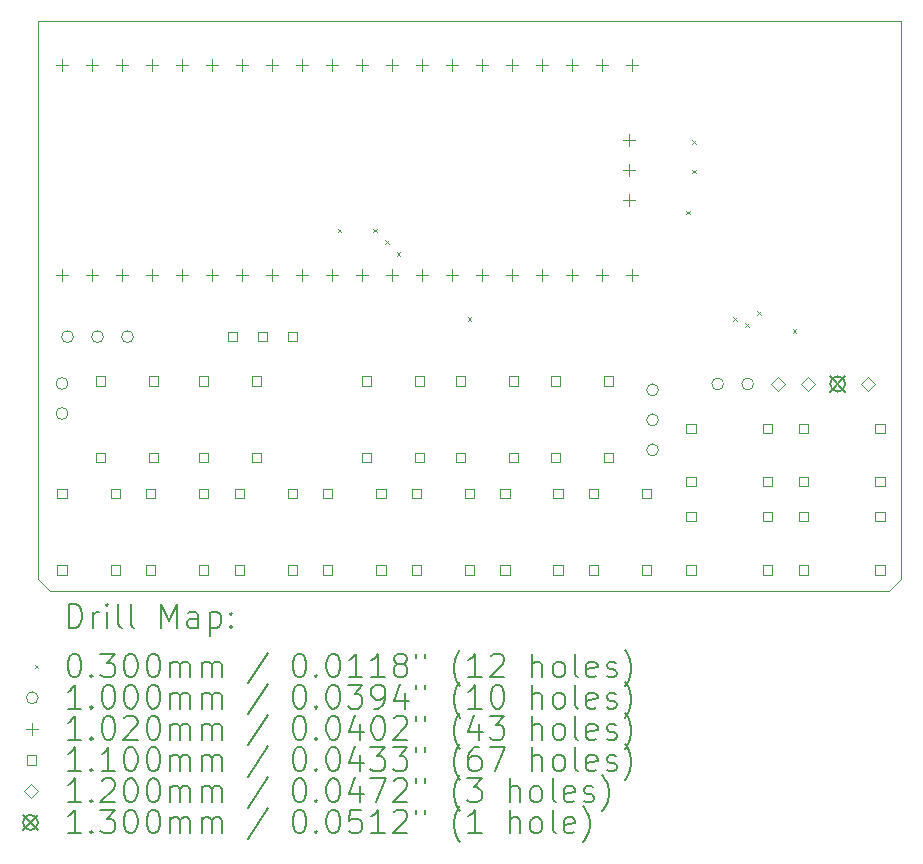
<source format=gbr>
%TF.GenerationSoftware,KiCad,Pcbnew,8.0.6*%
%TF.CreationDate,2024-11-03T10:52:28+01:00*%
%TF.ProjectId,pico_piano,7069636f-5f70-4696-916e-6f2e6b696361,rev?*%
%TF.SameCoordinates,Original*%
%TF.FileFunction,Drillmap*%
%TF.FilePolarity,Positive*%
%FSLAX45Y45*%
G04 Gerber Fmt 4.5, Leading zero omitted, Abs format (unit mm)*
G04 Created by KiCad (PCBNEW 8.0.6) date 2024-11-03 10:52:28*
%MOMM*%
%LPD*%
G01*
G04 APERTURE LIST*
%ADD10C,0.050000*%
%ADD11C,0.200000*%
%ADD12C,0.100000*%
%ADD13C,0.102000*%
%ADD14C,0.110000*%
%ADD15C,0.120000*%
%ADD16C,0.130000*%
G04 APERTURE END LIST*
D10*
X17550000Y-3125000D02*
X17550000Y-3200000D01*
X10250000Y-3125000D02*
X17550000Y-3125000D01*
X10250000Y-3200000D02*
X10250000Y-3125000D01*
X10250000Y-5750000D02*
X10250000Y-7850000D01*
X10250000Y-7850000D02*
X10350000Y-7950000D01*
X17450000Y-7950000D02*
X10350000Y-7950000D01*
X17550000Y-7850000D02*
X17550000Y-3200000D01*
X17450000Y-7950000D02*
X17550000Y-7850000D01*
X10250000Y-5750000D02*
X10250000Y-3200000D01*
D11*
D12*
X12785000Y-4885000D02*
X12815000Y-4915000D01*
X12815000Y-4885000D02*
X12785000Y-4915000D01*
X13085000Y-4885000D02*
X13115000Y-4915000D01*
X13115000Y-4885000D02*
X13085000Y-4915000D01*
X13185000Y-4985000D02*
X13215000Y-5015000D01*
X13215000Y-4985000D02*
X13185000Y-5015000D01*
X13285000Y-5085000D02*
X13315000Y-5115000D01*
X13315000Y-5085000D02*
X13285000Y-5115000D01*
X13885000Y-5635000D02*
X13915000Y-5665000D01*
X13915000Y-5635000D02*
X13885000Y-5665000D01*
X15735000Y-4735000D02*
X15765000Y-4765000D01*
X15765000Y-4735000D02*
X15735000Y-4765000D01*
X15785000Y-4135000D02*
X15815000Y-4165000D01*
X15815000Y-4135000D02*
X15785000Y-4165000D01*
X15785000Y-4385000D02*
X15815000Y-4415000D01*
X15815000Y-4385000D02*
X15785000Y-4415000D01*
X16135000Y-5635000D02*
X16165000Y-5665000D01*
X16165000Y-5635000D02*
X16135000Y-5665000D01*
X16235000Y-5685000D02*
X16265000Y-5715000D01*
X16265000Y-5685000D02*
X16235000Y-5715000D01*
X16335000Y-5585000D02*
X16365000Y-5615000D01*
X16365000Y-5585000D02*
X16335000Y-5615000D01*
X16635000Y-5735000D02*
X16665000Y-5765000D01*
X16665000Y-5735000D02*
X16635000Y-5765000D01*
X10500000Y-6196000D02*
G75*
G02*
X10400000Y-6196000I-50000J0D01*
G01*
X10400000Y-6196000D02*
G75*
G02*
X10500000Y-6196000I50000J0D01*
G01*
X10500000Y-6450000D02*
G75*
G02*
X10400000Y-6450000I-50000J0D01*
G01*
X10400000Y-6450000D02*
G75*
G02*
X10500000Y-6450000I50000J0D01*
G01*
X10546000Y-5800000D02*
G75*
G02*
X10446000Y-5800000I-50000J0D01*
G01*
X10446000Y-5800000D02*
G75*
G02*
X10546000Y-5800000I50000J0D01*
G01*
X10800000Y-5800000D02*
G75*
G02*
X10700000Y-5800000I-50000J0D01*
G01*
X10700000Y-5800000D02*
G75*
G02*
X10800000Y-5800000I50000J0D01*
G01*
X11054000Y-5800000D02*
G75*
G02*
X10954000Y-5800000I-50000J0D01*
G01*
X10954000Y-5800000D02*
G75*
G02*
X11054000Y-5800000I50000J0D01*
G01*
X15500000Y-6250000D02*
G75*
G02*
X15400000Y-6250000I-50000J0D01*
G01*
X15400000Y-6250000D02*
G75*
G02*
X15500000Y-6250000I50000J0D01*
G01*
X15500000Y-6504000D02*
G75*
G02*
X15400000Y-6504000I-50000J0D01*
G01*
X15400000Y-6504000D02*
G75*
G02*
X15500000Y-6504000I50000J0D01*
G01*
X15500000Y-6758000D02*
G75*
G02*
X15400000Y-6758000I-50000J0D01*
G01*
X15400000Y-6758000D02*
G75*
G02*
X15500000Y-6758000I50000J0D01*
G01*
X16051500Y-6200000D02*
G75*
G02*
X15951500Y-6200000I-50000J0D01*
G01*
X15951500Y-6200000D02*
G75*
G02*
X16051500Y-6200000I50000J0D01*
G01*
X16305500Y-6200000D02*
G75*
G02*
X16205500Y-6200000I-50000J0D01*
G01*
X16205500Y-6200000D02*
G75*
G02*
X16305500Y-6200000I50000J0D01*
G01*
D13*
X10450000Y-3449000D02*
X10450000Y-3551000D01*
X10399000Y-3500000D02*
X10501000Y-3500000D01*
X10450000Y-5227000D02*
X10450000Y-5329000D01*
X10399000Y-5278000D02*
X10501000Y-5278000D01*
X10704000Y-3449000D02*
X10704000Y-3551000D01*
X10653000Y-3500000D02*
X10755000Y-3500000D01*
X10704000Y-5227000D02*
X10704000Y-5329000D01*
X10653000Y-5278000D02*
X10755000Y-5278000D01*
X10958000Y-3449000D02*
X10958000Y-3551000D01*
X10907000Y-3500000D02*
X11009000Y-3500000D01*
X10958000Y-5227000D02*
X10958000Y-5329000D01*
X10907000Y-5278000D02*
X11009000Y-5278000D01*
X11212000Y-3449000D02*
X11212000Y-3551000D01*
X11161000Y-3500000D02*
X11263000Y-3500000D01*
X11212000Y-5227000D02*
X11212000Y-5329000D01*
X11161000Y-5278000D02*
X11263000Y-5278000D01*
X11466000Y-3449000D02*
X11466000Y-3551000D01*
X11415000Y-3500000D02*
X11517000Y-3500000D01*
X11466000Y-5227000D02*
X11466000Y-5329000D01*
X11415000Y-5278000D02*
X11517000Y-5278000D01*
X11720000Y-3449000D02*
X11720000Y-3551000D01*
X11669000Y-3500000D02*
X11771000Y-3500000D01*
X11720000Y-5227000D02*
X11720000Y-5329000D01*
X11669000Y-5278000D02*
X11771000Y-5278000D01*
X11974000Y-3449000D02*
X11974000Y-3551000D01*
X11923000Y-3500000D02*
X12025000Y-3500000D01*
X11974000Y-5227000D02*
X11974000Y-5329000D01*
X11923000Y-5278000D02*
X12025000Y-5278000D01*
X12228000Y-3449000D02*
X12228000Y-3551000D01*
X12177000Y-3500000D02*
X12279000Y-3500000D01*
X12228000Y-5227000D02*
X12228000Y-5329000D01*
X12177000Y-5278000D02*
X12279000Y-5278000D01*
X12482000Y-3449000D02*
X12482000Y-3551000D01*
X12431000Y-3500000D02*
X12533000Y-3500000D01*
X12482000Y-5227000D02*
X12482000Y-5329000D01*
X12431000Y-5278000D02*
X12533000Y-5278000D01*
X12736000Y-3449000D02*
X12736000Y-3551000D01*
X12685000Y-3500000D02*
X12787000Y-3500000D01*
X12736000Y-5227000D02*
X12736000Y-5329000D01*
X12685000Y-5278000D02*
X12787000Y-5278000D01*
X12990000Y-3449000D02*
X12990000Y-3551000D01*
X12939000Y-3500000D02*
X13041000Y-3500000D01*
X12990000Y-5227000D02*
X12990000Y-5329000D01*
X12939000Y-5278000D02*
X13041000Y-5278000D01*
X13244000Y-3449000D02*
X13244000Y-3551000D01*
X13193000Y-3500000D02*
X13295000Y-3500000D01*
X13244000Y-5227000D02*
X13244000Y-5329000D01*
X13193000Y-5278000D02*
X13295000Y-5278000D01*
X13498000Y-3449000D02*
X13498000Y-3551000D01*
X13447000Y-3500000D02*
X13549000Y-3500000D01*
X13498000Y-5227000D02*
X13498000Y-5329000D01*
X13447000Y-5278000D02*
X13549000Y-5278000D01*
X13752000Y-3449000D02*
X13752000Y-3551000D01*
X13701000Y-3500000D02*
X13803000Y-3500000D01*
X13752000Y-5227000D02*
X13752000Y-5329000D01*
X13701000Y-5278000D02*
X13803000Y-5278000D01*
X14006000Y-3449000D02*
X14006000Y-3551000D01*
X13955000Y-3500000D02*
X14057000Y-3500000D01*
X14006000Y-5227000D02*
X14006000Y-5329000D01*
X13955000Y-5278000D02*
X14057000Y-5278000D01*
X14260000Y-3449000D02*
X14260000Y-3551000D01*
X14209000Y-3500000D02*
X14311000Y-3500000D01*
X14260000Y-5227000D02*
X14260000Y-5329000D01*
X14209000Y-5278000D02*
X14311000Y-5278000D01*
X14514000Y-3449000D02*
X14514000Y-3551000D01*
X14463000Y-3500000D02*
X14565000Y-3500000D01*
X14514000Y-5227000D02*
X14514000Y-5329000D01*
X14463000Y-5278000D02*
X14565000Y-5278000D01*
X14768000Y-3449000D02*
X14768000Y-3551000D01*
X14717000Y-3500000D02*
X14819000Y-3500000D01*
X14768000Y-5227000D02*
X14768000Y-5329000D01*
X14717000Y-5278000D02*
X14819000Y-5278000D01*
X15022000Y-3449000D02*
X15022000Y-3551000D01*
X14971000Y-3500000D02*
X15073000Y-3500000D01*
X15022000Y-5227000D02*
X15022000Y-5329000D01*
X14971000Y-5278000D02*
X15073000Y-5278000D01*
X15253000Y-4084000D02*
X15253000Y-4186000D01*
X15202000Y-4135000D02*
X15304000Y-4135000D01*
X15253000Y-4338000D02*
X15253000Y-4440000D01*
X15202000Y-4389000D02*
X15304000Y-4389000D01*
X15253000Y-4592000D02*
X15253000Y-4694000D01*
X15202000Y-4643000D02*
X15304000Y-4643000D01*
X15276000Y-3449000D02*
X15276000Y-3551000D01*
X15225000Y-3500000D02*
X15327000Y-3500000D01*
X15276000Y-5227000D02*
X15276000Y-5329000D01*
X15225000Y-5278000D02*
X15327000Y-5278000D01*
D14*
X10488891Y-7163891D02*
X10488891Y-7086109D01*
X10411109Y-7086109D01*
X10411109Y-7163891D01*
X10488891Y-7163891D01*
X10488891Y-7813891D02*
X10488891Y-7736109D01*
X10411109Y-7736109D01*
X10411109Y-7813891D01*
X10488891Y-7813891D01*
X10813891Y-6213891D02*
X10813891Y-6136109D01*
X10736109Y-6136109D01*
X10736109Y-6213891D01*
X10813891Y-6213891D01*
X10813891Y-6863891D02*
X10813891Y-6786109D01*
X10736109Y-6786109D01*
X10736109Y-6863891D01*
X10813891Y-6863891D01*
X10938891Y-7163891D02*
X10938891Y-7086109D01*
X10861109Y-7086109D01*
X10861109Y-7163891D01*
X10938891Y-7163891D01*
X10938891Y-7813891D02*
X10938891Y-7736109D01*
X10861109Y-7736109D01*
X10861109Y-7813891D01*
X10938891Y-7813891D01*
X11238891Y-7163891D02*
X11238891Y-7086109D01*
X11161109Y-7086109D01*
X11161109Y-7163891D01*
X11238891Y-7163891D01*
X11238891Y-7813891D02*
X11238891Y-7736109D01*
X11161109Y-7736109D01*
X11161109Y-7813891D01*
X11238891Y-7813891D01*
X11263891Y-6213891D02*
X11263891Y-6136109D01*
X11186109Y-6136109D01*
X11186109Y-6213891D01*
X11263891Y-6213891D01*
X11263891Y-6863891D02*
X11263891Y-6786109D01*
X11186109Y-6786109D01*
X11186109Y-6863891D01*
X11263891Y-6863891D01*
X11688891Y-6213891D02*
X11688891Y-6136109D01*
X11611109Y-6136109D01*
X11611109Y-6213891D01*
X11688891Y-6213891D01*
X11688891Y-6863891D02*
X11688891Y-6786109D01*
X11611109Y-6786109D01*
X11611109Y-6863891D01*
X11688891Y-6863891D01*
X11688891Y-7163891D02*
X11688891Y-7086109D01*
X11611109Y-7086109D01*
X11611109Y-7163891D01*
X11688891Y-7163891D01*
X11688891Y-7813891D02*
X11688891Y-7736109D01*
X11611109Y-7736109D01*
X11611109Y-7813891D01*
X11688891Y-7813891D01*
X11930891Y-5838891D02*
X11930891Y-5761109D01*
X11853109Y-5761109D01*
X11853109Y-5838891D01*
X11930891Y-5838891D01*
X11988891Y-7163891D02*
X11988891Y-7086109D01*
X11911109Y-7086109D01*
X11911109Y-7163891D01*
X11988891Y-7163891D01*
X11988891Y-7813891D02*
X11988891Y-7736109D01*
X11911109Y-7736109D01*
X11911109Y-7813891D01*
X11988891Y-7813891D01*
X12138891Y-6213891D02*
X12138891Y-6136109D01*
X12061109Y-6136109D01*
X12061109Y-6213891D01*
X12138891Y-6213891D01*
X12138891Y-6863891D02*
X12138891Y-6786109D01*
X12061109Y-6786109D01*
X12061109Y-6863891D01*
X12138891Y-6863891D01*
X12184891Y-5838891D02*
X12184891Y-5761109D01*
X12107109Y-5761109D01*
X12107109Y-5838891D01*
X12184891Y-5838891D01*
X12438891Y-5838891D02*
X12438891Y-5761109D01*
X12361109Y-5761109D01*
X12361109Y-5838891D01*
X12438891Y-5838891D01*
X12438891Y-7163891D02*
X12438891Y-7086109D01*
X12361109Y-7086109D01*
X12361109Y-7163891D01*
X12438891Y-7163891D01*
X12438891Y-7813891D02*
X12438891Y-7736109D01*
X12361109Y-7736109D01*
X12361109Y-7813891D01*
X12438891Y-7813891D01*
X12738891Y-7163891D02*
X12738891Y-7086109D01*
X12661109Y-7086109D01*
X12661109Y-7163891D01*
X12738891Y-7163891D01*
X12738891Y-7813891D02*
X12738891Y-7736109D01*
X12661109Y-7736109D01*
X12661109Y-7813891D01*
X12738891Y-7813891D01*
X13063891Y-6213891D02*
X13063891Y-6136109D01*
X12986109Y-6136109D01*
X12986109Y-6213891D01*
X13063891Y-6213891D01*
X13063891Y-6863891D02*
X13063891Y-6786109D01*
X12986109Y-6786109D01*
X12986109Y-6863891D01*
X13063891Y-6863891D01*
X13188891Y-7163891D02*
X13188891Y-7086109D01*
X13111109Y-7086109D01*
X13111109Y-7163891D01*
X13188891Y-7163891D01*
X13188891Y-7813891D02*
X13188891Y-7736109D01*
X13111109Y-7736109D01*
X13111109Y-7813891D01*
X13188891Y-7813891D01*
X13488891Y-7163891D02*
X13488891Y-7086109D01*
X13411109Y-7086109D01*
X13411109Y-7163891D01*
X13488891Y-7163891D01*
X13488891Y-7813891D02*
X13488891Y-7736109D01*
X13411109Y-7736109D01*
X13411109Y-7813891D01*
X13488891Y-7813891D01*
X13513891Y-6213891D02*
X13513891Y-6136109D01*
X13436109Y-6136109D01*
X13436109Y-6213891D01*
X13513891Y-6213891D01*
X13513891Y-6863891D02*
X13513891Y-6786109D01*
X13436109Y-6786109D01*
X13436109Y-6863891D01*
X13513891Y-6863891D01*
X13863891Y-6213891D02*
X13863891Y-6136109D01*
X13786109Y-6136109D01*
X13786109Y-6213891D01*
X13863891Y-6213891D01*
X13863891Y-6863891D02*
X13863891Y-6786109D01*
X13786109Y-6786109D01*
X13786109Y-6863891D01*
X13863891Y-6863891D01*
X13938891Y-7163891D02*
X13938891Y-7086109D01*
X13861109Y-7086109D01*
X13861109Y-7163891D01*
X13938891Y-7163891D01*
X13938891Y-7813891D02*
X13938891Y-7736109D01*
X13861109Y-7736109D01*
X13861109Y-7813891D01*
X13938891Y-7813891D01*
X14238891Y-7163891D02*
X14238891Y-7086109D01*
X14161109Y-7086109D01*
X14161109Y-7163891D01*
X14238891Y-7163891D01*
X14238891Y-7813891D02*
X14238891Y-7736109D01*
X14161109Y-7736109D01*
X14161109Y-7813891D01*
X14238891Y-7813891D01*
X14313891Y-6213891D02*
X14313891Y-6136109D01*
X14236109Y-6136109D01*
X14236109Y-6213891D01*
X14313891Y-6213891D01*
X14313891Y-6863891D02*
X14313891Y-6786109D01*
X14236109Y-6786109D01*
X14236109Y-6863891D01*
X14313891Y-6863891D01*
X14663891Y-6213891D02*
X14663891Y-6136109D01*
X14586109Y-6136109D01*
X14586109Y-6213891D01*
X14663891Y-6213891D01*
X14663891Y-6863891D02*
X14663891Y-6786109D01*
X14586109Y-6786109D01*
X14586109Y-6863891D01*
X14663891Y-6863891D01*
X14688891Y-7163891D02*
X14688891Y-7086109D01*
X14611109Y-7086109D01*
X14611109Y-7163891D01*
X14688891Y-7163891D01*
X14688891Y-7813891D02*
X14688891Y-7736109D01*
X14611109Y-7736109D01*
X14611109Y-7813891D01*
X14688891Y-7813891D01*
X14988891Y-7163891D02*
X14988891Y-7086109D01*
X14911109Y-7086109D01*
X14911109Y-7163891D01*
X14988891Y-7163891D01*
X14988891Y-7813891D02*
X14988891Y-7736109D01*
X14911109Y-7736109D01*
X14911109Y-7813891D01*
X14988891Y-7813891D01*
X15113891Y-6213891D02*
X15113891Y-6136109D01*
X15036109Y-6136109D01*
X15036109Y-6213891D01*
X15113891Y-6213891D01*
X15113891Y-6863891D02*
X15113891Y-6786109D01*
X15036109Y-6786109D01*
X15036109Y-6863891D01*
X15113891Y-6863891D01*
X15438891Y-7163891D02*
X15438891Y-7086109D01*
X15361109Y-7086109D01*
X15361109Y-7163891D01*
X15438891Y-7163891D01*
X15438891Y-7813891D02*
X15438891Y-7736109D01*
X15361109Y-7736109D01*
X15361109Y-7813891D01*
X15438891Y-7813891D01*
X15813891Y-6613891D02*
X15813891Y-6536109D01*
X15736109Y-6536109D01*
X15736109Y-6613891D01*
X15813891Y-6613891D01*
X15813891Y-7063891D02*
X15813891Y-6986109D01*
X15736109Y-6986109D01*
X15736109Y-7063891D01*
X15813891Y-7063891D01*
X15813891Y-7363891D02*
X15813891Y-7286109D01*
X15736109Y-7286109D01*
X15736109Y-7363891D01*
X15813891Y-7363891D01*
X15813891Y-7813891D02*
X15813891Y-7736109D01*
X15736109Y-7736109D01*
X15736109Y-7813891D01*
X15813891Y-7813891D01*
X16463891Y-6613891D02*
X16463891Y-6536109D01*
X16386109Y-6536109D01*
X16386109Y-6613891D01*
X16463891Y-6613891D01*
X16463891Y-7063891D02*
X16463891Y-6986109D01*
X16386109Y-6986109D01*
X16386109Y-7063891D01*
X16463891Y-7063891D01*
X16463891Y-7363891D02*
X16463891Y-7286109D01*
X16386109Y-7286109D01*
X16386109Y-7363891D01*
X16463891Y-7363891D01*
X16463891Y-7813891D02*
X16463891Y-7736109D01*
X16386109Y-7736109D01*
X16386109Y-7813891D01*
X16463891Y-7813891D01*
X16763891Y-6613891D02*
X16763891Y-6536109D01*
X16686109Y-6536109D01*
X16686109Y-6613891D01*
X16763891Y-6613891D01*
X16763891Y-7063891D02*
X16763891Y-6986109D01*
X16686109Y-6986109D01*
X16686109Y-7063891D01*
X16763891Y-7063891D01*
X16763891Y-7363891D02*
X16763891Y-7286109D01*
X16686109Y-7286109D01*
X16686109Y-7363891D01*
X16763891Y-7363891D01*
X16763891Y-7813891D02*
X16763891Y-7736109D01*
X16686109Y-7736109D01*
X16686109Y-7813891D01*
X16763891Y-7813891D01*
X17413891Y-6613891D02*
X17413891Y-6536109D01*
X17336109Y-6536109D01*
X17336109Y-6613891D01*
X17413891Y-6613891D01*
X17413891Y-7063891D02*
X17413891Y-6986109D01*
X17336109Y-6986109D01*
X17336109Y-7063891D01*
X17413891Y-7063891D01*
X17413891Y-7363891D02*
X17413891Y-7286109D01*
X17336109Y-7286109D01*
X17336109Y-7363891D01*
X17413891Y-7363891D01*
X17413891Y-7813891D02*
X17413891Y-7736109D01*
X17336109Y-7736109D01*
X17336109Y-7813891D01*
X17413891Y-7813891D01*
D15*
X16509500Y-6260000D02*
X16569500Y-6200000D01*
X16509500Y-6140000D01*
X16449500Y-6200000D01*
X16509500Y-6260000D01*
X16763500Y-6260000D02*
X16823500Y-6200000D01*
X16763500Y-6140000D01*
X16703500Y-6200000D01*
X16763500Y-6260000D01*
X17271500Y-6260000D02*
X17331500Y-6200000D01*
X17271500Y-6140000D01*
X17211500Y-6200000D01*
X17271500Y-6260000D01*
D16*
X16952500Y-6135000D02*
X17082500Y-6265000D01*
X17082500Y-6135000D02*
X16952500Y-6265000D01*
X17082500Y-6200000D02*
G75*
G02*
X16952500Y-6200000I-65000J0D01*
G01*
X16952500Y-6200000D02*
G75*
G02*
X17082500Y-6200000I65000J0D01*
G01*
D11*
X10508277Y-8263984D02*
X10508277Y-8063984D01*
X10508277Y-8063984D02*
X10555896Y-8063984D01*
X10555896Y-8063984D02*
X10584467Y-8073508D01*
X10584467Y-8073508D02*
X10603515Y-8092555D01*
X10603515Y-8092555D02*
X10613039Y-8111603D01*
X10613039Y-8111603D02*
X10622563Y-8149698D01*
X10622563Y-8149698D02*
X10622563Y-8178269D01*
X10622563Y-8178269D02*
X10613039Y-8216365D01*
X10613039Y-8216365D02*
X10603515Y-8235412D01*
X10603515Y-8235412D02*
X10584467Y-8254460D01*
X10584467Y-8254460D02*
X10555896Y-8263984D01*
X10555896Y-8263984D02*
X10508277Y-8263984D01*
X10708277Y-8263984D02*
X10708277Y-8130650D01*
X10708277Y-8168746D02*
X10717801Y-8149698D01*
X10717801Y-8149698D02*
X10727324Y-8140174D01*
X10727324Y-8140174D02*
X10746372Y-8130650D01*
X10746372Y-8130650D02*
X10765420Y-8130650D01*
X10832086Y-8263984D02*
X10832086Y-8130650D01*
X10832086Y-8063984D02*
X10822563Y-8073508D01*
X10822563Y-8073508D02*
X10832086Y-8083031D01*
X10832086Y-8083031D02*
X10841610Y-8073508D01*
X10841610Y-8073508D02*
X10832086Y-8063984D01*
X10832086Y-8063984D02*
X10832086Y-8083031D01*
X10955896Y-8263984D02*
X10936848Y-8254460D01*
X10936848Y-8254460D02*
X10927324Y-8235412D01*
X10927324Y-8235412D02*
X10927324Y-8063984D01*
X11060658Y-8263984D02*
X11041610Y-8254460D01*
X11041610Y-8254460D02*
X11032086Y-8235412D01*
X11032086Y-8235412D02*
X11032086Y-8063984D01*
X11289229Y-8263984D02*
X11289229Y-8063984D01*
X11289229Y-8063984D02*
X11355896Y-8206841D01*
X11355896Y-8206841D02*
X11422562Y-8063984D01*
X11422562Y-8063984D02*
X11422562Y-8263984D01*
X11603515Y-8263984D02*
X11603515Y-8159222D01*
X11603515Y-8159222D02*
X11593991Y-8140174D01*
X11593991Y-8140174D02*
X11574943Y-8130650D01*
X11574943Y-8130650D02*
X11536848Y-8130650D01*
X11536848Y-8130650D02*
X11517801Y-8140174D01*
X11603515Y-8254460D02*
X11584467Y-8263984D01*
X11584467Y-8263984D02*
X11536848Y-8263984D01*
X11536848Y-8263984D02*
X11517801Y-8254460D01*
X11517801Y-8254460D02*
X11508277Y-8235412D01*
X11508277Y-8235412D02*
X11508277Y-8216365D01*
X11508277Y-8216365D02*
X11517801Y-8197317D01*
X11517801Y-8197317D02*
X11536848Y-8187793D01*
X11536848Y-8187793D02*
X11584467Y-8187793D01*
X11584467Y-8187793D02*
X11603515Y-8178269D01*
X11698753Y-8130650D02*
X11698753Y-8330650D01*
X11698753Y-8140174D02*
X11717801Y-8130650D01*
X11717801Y-8130650D02*
X11755896Y-8130650D01*
X11755896Y-8130650D02*
X11774943Y-8140174D01*
X11774943Y-8140174D02*
X11784467Y-8149698D01*
X11784467Y-8149698D02*
X11793991Y-8168746D01*
X11793991Y-8168746D02*
X11793991Y-8225888D01*
X11793991Y-8225888D02*
X11784467Y-8244936D01*
X11784467Y-8244936D02*
X11774943Y-8254460D01*
X11774943Y-8254460D02*
X11755896Y-8263984D01*
X11755896Y-8263984D02*
X11717801Y-8263984D01*
X11717801Y-8263984D02*
X11698753Y-8254460D01*
X11879705Y-8244936D02*
X11889229Y-8254460D01*
X11889229Y-8254460D02*
X11879705Y-8263984D01*
X11879705Y-8263984D02*
X11870182Y-8254460D01*
X11870182Y-8254460D02*
X11879705Y-8244936D01*
X11879705Y-8244936D02*
X11879705Y-8263984D01*
X11879705Y-8140174D02*
X11889229Y-8149698D01*
X11889229Y-8149698D02*
X11879705Y-8159222D01*
X11879705Y-8159222D02*
X11870182Y-8149698D01*
X11870182Y-8149698D02*
X11879705Y-8140174D01*
X11879705Y-8140174D02*
X11879705Y-8159222D01*
D12*
X10217500Y-8577500D02*
X10247500Y-8607500D01*
X10247500Y-8577500D02*
X10217500Y-8607500D01*
D11*
X10546372Y-8483984D02*
X10565420Y-8483984D01*
X10565420Y-8483984D02*
X10584467Y-8493508D01*
X10584467Y-8493508D02*
X10593991Y-8503031D01*
X10593991Y-8503031D02*
X10603515Y-8522079D01*
X10603515Y-8522079D02*
X10613039Y-8560174D01*
X10613039Y-8560174D02*
X10613039Y-8607793D01*
X10613039Y-8607793D02*
X10603515Y-8645889D01*
X10603515Y-8645889D02*
X10593991Y-8664936D01*
X10593991Y-8664936D02*
X10584467Y-8674460D01*
X10584467Y-8674460D02*
X10565420Y-8683984D01*
X10565420Y-8683984D02*
X10546372Y-8683984D01*
X10546372Y-8683984D02*
X10527324Y-8674460D01*
X10527324Y-8674460D02*
X10517801Y-8664936D01*
X10517801Y-8664936D02*
X10508277Y-8645889D01*
X10508277Y-8645889D02*
X10498753Y-8607793D01*
X10498753Y-8607793D02*
X10498753Y-8560174D01*
X10498753Y-8560174D02*
X10508277Y-8522079D01*
X10508277Y-8522079D02*
X10517801Y-8503031D01*
X10517801Y-8503031D02*
X10527324Y-8493508D01*
X10527324Y-8493508D02*
X10546372Y-8483984D01*
X10698753Y-8664936D02*
X10708277Y-8674460D01*
X10708277Y-8674460D02*
X10698753Y-8683984D01*
X10698753Y-8683984D02*
X10689229Y-8674460D01*
X10689229Y-8674460D02*
X10698753Y-8664936D01*
X10698753Y-8664936D02*
X10698753Y-8683984D01*
X10774944Y-8483984D02*
X10898753Y-8483984D01*
X10898753Y-8483984D02*
X10832086Y-8560174D01*
X10832086Y-8560174D02*
X10860658Y-8560174D01*
X10860658Y-8560174D02*
X10879705Y-8569698D01*
X10879705Y-8569698D02*
X10889229Y-8579222D01*
X10889229Y-8579222D02*
X10898753Y-8598270D01*
X10898753Y-8598270D02*
X10898753Y-8645889D01*
X10898753Y-8645889D02*
X10889229Y-8664936D01*
X10889229Y-8664936D02*
X10879705Y-8674460D01*
X10879705Y-8674460D02*
X10860658Y-8683984D01*
X10860658Y-8683984D02*
X10803515Y-8683984D01*
X10803515Y-8683984D02*
X10784467Y-8674460D01*
X10784467Y-8674460D02*
X10774944Y-8664936D01*
X11022563Y-8483984D02*
X11041610Y-8483984D01*
X11041610Y-8483984D02*
X11060658Y-8493508D01*
X11060658Y-8493508D02*
X11070182Y-8503031D01*
X11070182Y-8503031D02*
X11079705Y-8522079D01*
X11079705Y-8522079D02*
X11089229Y-8560174D01*
X11089229Y-8560174D02*
X11089229Y-8607793D01*
X11089229Y-8607793D02*
X11079705Y-8645889D01*
X11079705Y-8645889D02*
X11070182Y-8664936D01*
X11070182Y-8664936D02*
X11060658Y-8674460D01*
X11060658Y-8674460D02*
X11041610Y-8683984D01*
X11041610Y-8683984D02*
X11022563Y-8683984D01*
X11022563Y-8683984D02*
X11003515Y-8674460D01*
X11003515Y-8674460D02*
X10993991Y-8664936D01*
X10993991Y-8664936D02*
X10984467Y-8645889D01*
X10984467Y-8645889D02*
X10974944Y-8607793D01*
X10974944Y-8607793D02*
X10974944Y-8560174D01*
X10974944Y-8560174D02*
X10984467Y-8522079D01*
X10984467Y-8522079D02*
X10993991Y-8503031D01*
X10993991Y-8503031D02*
X11003515Y-8493508D01*
X11003515Y-8493508D02*
X11022563Y-8483984D01*
X11213039Y-8483984D02*
X11232086Y-8483984D01*
X11232086Y-8483984D02*
X11251134Y-8493508D01*
X11251134Y-8493508D02*
X11260658Y-8503031D01*
X11260658Y-8503031D02*
X11270182Y-8522079D01*
X11270182Y-8522079D02*
X11279705Y-8560174D01*
X11279705Y-8560174D02*
X11279705Y-8607793D01*
X11279705Y-8607793D02*
X11270182Y-8645889D01*
X11270182Y-8645889D02*
X11260658Y-8664936D01*
X11260658Y-8664936D02*
X11251134Y-8674460D01*
X11251134Y-8674460D02*
X11232086Y-8683984D01*
X11232086Y-8683984D02*
X11213039Y-8683984D01*
X11213039Y-8683984D02*
X11193991Y-8674460D01*
X11193991Y-8674460D02*
X11184467Y-8664936D01*
X11184467Y-8664936D02*
X11174944Y-8645889D01*
X11174944Y-8645889D02*
X11165420Y-8607793D01*
X11165420Y-8607793D02*
X11165420Y-8560174D01*
X11165420Y-8560174D02*
X11174944Y-8522079D01*
X11174944Y-8522079D02*
X11184467Y-8503031D01*
X11184467Y-8503031D02*
X11193991Y-8493508D01*
X11193991Y-8493508D02*
X11213039Y-8483984D01*
X11365420Y-8683984D02*
X11365420Y-8550650D01*
X11365420Y-8569698D02*
X11374943Y-8560174D01*
X11374943Y-8560174D02*
X11393991Y-8550650D01*
X11393991Y-8550650D02*
X11422563Y-8550650D01*
X11422563Y-8550650D02*
X11441610Y-8560174D01*
X11441610Y-8560174D02*
X11451134Y-8579222D01*
X11451134Y-8579222D02*
X11451134Y-8683984D01*
X11451134Y-8579222D02*
X11460658Y-8560174D01*
X11460658Y-8560174D02*
X11479705Y-8550650D01*
X11479705Y-8550650D02*
X11508277Y-8550650D01*
X11508277Y-8550650D02*
X11527324Y-8560174D01*
X11527324Y-8560174D02*
X11536848Y-8579222D01*
X11536848Y-8579222D02*
X11536848Y-8683984D01*
X11632086Y-8683984D02*
X11632086Y-8550650D01*
X11632086Y-8569698D02*
X11641610Y-8560174D01*
X11641610Y-8560174D02*
X11660658Y-8550650D01*
X11660658Y-8550650D02*
X11689229Y-8550650D01*
X11689229Y-8550650D02*
X11708277Y-8560174D01*
X11708277Y-8560174D02*
X11717801Y-8579222D01*
X11717801Y-8579222D02*
X11717801Y-8683984D01*
X11717801Y-8579222D02*
X11727324Y-8560174D01*
X11727324Y-8560174D02*
X11746372Y-8550650D01*
X11746372Y-8550650D02*
X11774943Y-8550650D01*
X11774943Y-8550650D02*
X11793991Y-8560174D01*
X11793991Y-8560174D02*
X11803515Y-8579222D01*
X11803515Y-8579222D02*
X11803515Y-8683984D01*
X12193991Y-8474460D02*
X12022563Y-8731603D01*
X12451134Y-8483984D02*
X12470182Y-8483984D01*
X12470182Y-8483984D02*
X12489229Y-8493508D01*
X12489229Y-8493508D02*
X12498753Y-8503031D01*
X12498753Y-8503031D02*
X12508277Y-8522079D01*
X12508277Y-8522079D02*
X12517801Y-8560174D01*
X12517801Y-8560174D02*
X12517801Y-8607793D01*
X12517801Y-8607793D02*
X12508277Y-8645889D01*
X12508277Y-8645889D02*
X12498753Y-8664936D01*
X12498753Y-8664936D02*
X12489229Y-8674460D01*
X12489229Y-8674460D02*
X12470182Y-8683984D01*
X12470182Y-8683984D02*
X12451134Y-8683984D01*
X12451134Y-8683984D02*
X12432086Y-8674460D01*
X12432086Y-8674460D02*
X12422563Y-8664936D01*
X12422563Y-8664936D02*
X12413039Y-8645889D01*
X12413039Y-8645889D02*
X12403515Y-8607793D01*
X12403515Y-8607793D02*
X12403515Y-8560174D01*
X12403515Y-8560174D02*
X12413039Y-8522079D01*
X12413039Y-8522079D02*
X12422563Y-8503031D01*
X12422563Y-8503031D02*
X12432086Y-8493508D01*
X12432086Y-8493508D02*
X12451134Y-8483984D01*
X12603515Y-8664936D02*
X12613039Y-8674460D01*
X12613039Y-8674460D02*
X12603515Y-8683984D01*
X12603515Y-8683984D02*
X12593991Y-8674460D01*
X12593991Y-8674460D02*
X12603515Y-8664936D01*
X12603515Y-8664936D02*
X12603515Y-8683984D01*
X12736848Y-8483984D02*
X12755896Y-8483984D01*
X12755896Y-8483984D02*
X12774944Y-8493508D01*
X12774944Y-8493508D02*
X12784467Y-8503031D01*
X12784467Y-8503031D02*
X12793991Y-8522079D01*
X12793991Y-8522079D02*
X12803515Y-8560174D01*
X12803515Y-8560174D02*
X12803515Y-8607793D01*
X12803515Y-8607793D02*
X12793991Y-8645889D01*
X12793991Y-8645889D02*
X12784467Y-8664936D01*
X12784467Y-8664936D02*
X12774944Y-8674460D01*
X12774944Y-8674460D02*
X12755896Y-8683984D01*
X12755896Y-8683984D02*
X12736848Y-8683984D01*
X12736848Y-8683984D02*
X12717801Y-8674460D01*
X12717801Y-8674460D02*
X12708277Y-8664936D01*
X12708277Y-8664936D02*
X12698753Y-8645889D01*
X12698753Y-8645889D02*
X12689229Y-8607793D01*
X12689229Y-8607793D02*
X12689229Y-8560174D01*
X12689229Y-8560174D02*
X12698753Y-8522079D01*
X12698753Y-8522079D02*
X12708277Y-8503031D01*
X12708277Y-8503031D02*
X12717801Y-8493508D01*
X12717801Y-8493508D02*
X12736848Y-8483984D01*
X12993991Y-8683984D02*
X12879706Y-8683984D01*
X12936848Y-8683984D02*
X12936848Y-8483984D01*
X12936848Y-8483984D02*
X12917801Y-8512555D01*
X12917801Y-8512555D02*
X12898753Y-8531603D01*
X12898753Y-8531603D02*
X12879706Y-8541127D01*
X13184467Y-8683984D02*
X13070182Y-8683984D01*
X13127325Y-8683984D02*
X13127325Y-8483984D01*
X13127325Y-8483984D02*
X13108277Y-8512555D01*
X13108277Y-8512555D02*
X13089229Y-8531603D01*
X13089229Y-8531603D02*
X13070182Y-8541127D01*
X13298753Y-8569698D02*
X13279706Y-8560174D01*
X13279706Y-8560174D02*
X13270182Y-8550650D01*
X13270182Y-8550650D02*
X13260658Y-8531603D01*
X13260658Y-8531603D02*
X13260658Y-8522079D01*
X13260658Y-8522079D02*
X13270182Y-8503031D01*
X13270182Y-8503031D02*
X13279706Y-8493508D01*
X13279706Y-8493508D02*
X13298753Y-8483984D01*
X13298753Y-8483984D02*
X13336848Y-8483984D01*
X13336848Y-8483984D02*
X13355896Y-8493508D01*
X13355896Y-8493508D02*
X13365420Y-8503031D01*
X13365420Y-8503031D02*
X13374944Y-8522079D01*
X13374944Y-8522079D02*
X13374944Y-8531603D01*
X13374944Y-8531603D02*
X13365420Y-8550650D01*
X13365420Y-8550650D02*
X13355896Y-8560174D01*
X13355896Y-8560174D02*
X13336848Y-8569698D01*
X13336848Y-8569698D02*
X13298753Y-8569698D01*
X13298753Y-8569698D02*
X13279706Y-8579222D01*
X13279706Y-8579222D02*
X13270182Y-8588746D01*
X13270182Y-8588746D02*
X13260658Y-8607793D01*
X13260658Y-8607793D02*
X13260658Y-8645889D01*
X13260658Y-8645889D02*
X13270182Y-8664936D01*
X13270182Y-8664936D02*
X13279706Y-8674460D01*
X13279706Y-8674460D02*
X13298753Y-8683984D01*
X13298753Y-8683984D02*
X13336848Y-8683984D01*
X13336848Y-8683984D02*
X13355896Y-8674460D01*
X13355896Y-8674460D02*
X13365420Y-8664936D01*
X13365420Y-8664936D02*
X13374944Y-8645889D01*
X13374944Y-8645889D02*
X13374944Y-8607793D01*
X13374944Y-8607793D02*
X13365420Y-8588746D01*
X13365420Y-8588746D02*
X13355896Y-8579222D01*
X13355896Y-8579222D02*
X13336848Y-8569698D01*
X13451134Y-8483984D02*
X13451134Y-8522079D01*
X13527325Y-8483984D02*
X13527325Y-8522079D01*
X13822563Y-8760174D02*
X13813039Y-8750650D01*
X13813039Y-8750650D02*
X13793991Y-8722079D01*
X13793991Y-8722079D02*
X13784468Y-8703031D01*
X13784468Y-8703031D02*
X13774944Y-8674460D01*
X13774944Y-8674460D02*
X13765420Y-8626841D01*
X13765420Y-8626841D02*
X13765420Y-8588746D01*
X13765420Y-8588746D02*
X13774944Y-8541127D01*
X13774944Y-8541127D02*
X13784468Y-8512555D01*
X13784468Y-8512555D02*
X13793991Y-8493508D01*
X13793991Y-8493508D02*
X13813039Y-8464936D01*
X13813039Y-8464936D02*
X13822563Y-8455412D01*
X14003515Y-8683984D02*
X13889229Y-8683984D01*
X13946372Y-8683984D02*
X13946372Y-8483984D01*
X13946372Y-8483984D02*
X13927325Y-8512555D01*
X13927325Y-8512555D02*
X13908277Y-8531603D01*
X13908277Y-8531603D02*
X13889229Y-8541127D01*
X14079706Y-8503031D02*
X14089229Y-8493508D01*
X14089229Y-8493508D02*
X14108277Y-8483984D01*
X14108277Y-8483984D02*
X14155896Y-8483984D01*
X14155896Y-8483984D02*
X14174944Y-8493508D01*
X14174944Y-8493508D02*
X14184468Y-8503031D01*
X14184468Y-8503031D02*
X14193991Y-8522079D01*
X14193991Y-8522079D02*
X14193991Y-8541127D01*
X14193991Y-8541127D02*
X14184468Y-8569698D01*
X14184468Y-8569698D02*
X14070182Y-8683984D01*
X14070182Y-8683984D02*
X14193991Y-8683984D01*
X14432087Y-8683984D02*
X14432087Y-8483984D01*
X14517801Y-8683984D02*
X14517801Y-8579222D01*
X14517801Y-8579222D02*
X14508277Y-8560174D01*
X14508277Y-8560174D02*
X14489230Y-8550650D01*
X14489230Y-8550650D02*
X14460658Y-8550650D01*
X14460658Y-8550650D02*
X14441610Y-8560174D01*
X14441610Y-8560174D02*
X14432087Y-8569698D01*
X14641610Y-8683984D02*
X14622563Y-8674460D01*
X14622563Y-8674460D02*
X14613039Y-8664936D01*
X14613039Y-8664936D02*
X14603515Y-8645889D01*
X14603515Y-8645889D02*
X14603515Y-8588746D01*
X14603515Y-8588746D02*
X14613039Y-8569698D01*
X14613039Y-8569698D02*
X14622563Y-8560174D01*
X14622563Y-8560174D02*
X14641610Y-8550650D01*
X14641610Y-8550650D02*
X14670182Y-8550650D01*
X14670182Y-8550650D02*
X14689230Y-8560174D01*
X14689230Y-8560174D02*
X14698753Y-8569698D01*
X14698753Y-8569698D02*
X14708277Y-8588746D01*
X14708277Y-8588746D02*
X14708277Y-8645889D01*
X14708277Y-8645889D02*
X14698753Y-8664936D01*
X14698753Y-8664936D02*
X14689230Y-8674460D01*
X14689230Y-8674460D02*
X14670182Y-8683984D01*
X14670182Y-8683984D02*
X14641610Y-8683984D01*
X14822563Y-8683984D02*
X14803515Y-8674460D01*
X14803515Y-8674460D02*
X14793991Y-8655412D01*
X14793991Y-8655412D02*
X14793991Y-8483984D01*
X14974944Y-8674460D02*
X14955896Y-8683984D01*
X14955896Y-8683984D02*
X14917801Y-8683984D01*
X14917801Y-8683984D02*
X14898753Y-8674460D01*
X14898753Y-8674460D02*
X14889230Y-8655412D01*
X14889230Y-8655412D02*
X14889230Y-8579222D01*
X14889230Y-8579222D02*
X14898753Y-8560174D01*
X14898753Y-8560174D02*
X14917801Y-8550650D01*
X14917801Y-8550650D02*
X14955896Y-8550650D01*
X14955896Y-8550650D02*
X14974944Y-8560174D01*
X14974944Y-8560174D02*
X14984468Y-8579222D01*
X14984468Y-8579222D02*
X14984468Y-8598270D01*
X14984468Y-8598270D02*
X14889230Y-8617317D01*
X15060658Y-8674460D02*
X15079706Y-8683984D01*
X15079706Y-8683984D02*
X15117801Y-8683984D01*
X15117801Y-8683984D02*
X15136849Y-8674460D01*
X15136849Y-8674460D02*
X15146372Y-8655412D01*
X15146372Y-8655412D02*
X15146372Y-8645889D01*
X15146372Y-8645889D02*
X15136849Y-8626841D01*
X15136849Y-8626841D02*
X15117801Y-8617317D01*
X15117801Y-8617317D02*
X15089230Y-8617317D01*
X15089230Y-8617317D02*
X15070182Y-8607793D01*
X15070182Y-8607793D02*
X15060658Y-8588746D01*
X15060658Y-8588746D02*
X15060658Y-8579222D01*
X15060658Y-8579222D02*
X15070182Y-8560174D01*
X15070182Y-8560174D02*
X15089230Y-8550650D01*
X15089230Y-8550650D02*
X15117801Y-8550650D01*
X15117801Y-8550650D02*
X15136849Y-8560174D01*
X15213039Y-8760174D02*
X15222563Y-8750650D01*
X15222563Y-8750650D02*
X15241611Y-8722079D01*
X15241611Y-8722079D02*
X15251134Y-8703031D01*
X15251134Y-8703031D02*
X15260658Y-8674460D01*
X15260658Y-8674460D02*
X15270182Y-8626841D01*
X15270182Y-8626841D02*
X15270182Y-8588746D01*
X15270182Y-8588746D02*
X15260658Y-8541127D01*
X15260658Y-8541127D02*
X15251134Y-8512555D01*
X15251134Y-8512555D02*
X15241611Y-8493508D01*
X15241611Y-8493508D02*
X15222563Y-8464936D01*
X15222563Y-8464936D02*
X15213039Y-8455412D01*
D12*
X10247500Y-8856500D02*
G75*
G02*
X10147500Y-8856500I-50000J0D01*
G01*
X10147500Y-8856500D02*
G75*
G02*
X10247500Y-8856500I50000J0D01*
G01*
D11*
X10613039Y-8947984D02*
X10498753Y-8947984D01*
X10555896Y-8947984D02*
X10555896Y-8747984D01*
X10555896Y-8747984D02*
X10536848Y-8776555D01*
X10536848Y-8776555D02*
X10517801Y-8795603D01*
X10517801Y-8795603D02*
X10498753Y-8805127D01*
X10698753Y-8928936D02*
X10708277Y-8938460D01*
X10708277Y-8938460D02*
X10698753Y-8947984D01*
X10698753Y-8947984D02*
X10689229Y-8938460D01*
X10689229Y-8938460D02*
X10698753Y-8928936D01*
X10698753Y-8928936D02*
X10698753Y-8947984D01*
X10832086Y-8747984D02*
X10851134Y-8747984D01*
X10851134Y-8747984D02*
X10870182Y-8757508D01*
X10870182Y-8757508D02*
X10879705Y-8767031D01*
X10879705Y-8767031D02*
X10889229Y-8786079D01*
X10889229Y-8786079D02*
X10898753Y-8824174D01*
X10898753Y-8824174D02*
X10898753Y-8871793D01*
X10898753Y-8871793D02*
X10889229Y-8909889D01*
X10889229Y-8909889D02*
X10879705Y-8928936D01*
X10879705Y-8928936D02*
X10870182Y-8938460D01*
X10870182Y-8938460D02*
X10851134Y-8947984D01*
X10851134Y-8947984D02*
X10832086Y-8947984D01*
X10832086Y-8947984D02*
X10813039Y-8938460D01*
X10813039Y-8938460D02*
X10803515Y-8928936D01*
X10803515Y-8928936D02*
X10793991Y-8909889D01*
X10793991Y-8909889D02*
X10784467Y-8871793D01*
X10784467Y-8871793D02*
X10784467Y-8824174D01*
X10784467Y-8824174D02*
X10793991Y-8786079D01*
X10793991Y-8786079D02*
X10803515Y-8767031D01*
X10803515Y-8767031D02*
X10813039Y-8757508D01*
X10813039Y-8757508D02*
X10832086Y-8747984D01*
X11022563Y-8747984D02*
X11041610Y-8747984D01*
X11041610Y-8747984D02*
X11060658Y-8757508D01*
X11060658Y-8757508D02*
X11070182Y-8767031D01*
X11070182Y-8767031D02*
X11079705Y-8786079D01*
X11079705Y-8786079D02*
X11089229Y-8824174D01*
X11089229Y-8824174D02*
X11089229Y-8871793D01*
X11089229Y-8871793D02*
X11079705Y-8909889D01*
X11079705Y-8909889D02*
X11070182Y-8928936D01*
X11070182Y-8928936D02*
X11060658Y-8938460D01*
X11060658Y-8938460D02*
X11041610Y-8947984D01*
X11041610Y-8947984D02*
X11022563Y-8947984D01*
X11022563Y-8947984D02*
X11003515Y-8938460D01*
X11003515Y-8938460D02*
X10993991Y-8928936D01*
X10993991Y-8928936D02*
X10984467Y-8909889D01*
X10984467Y-8909889D02*
X10974944Y-8871793D01*
X10974944Y-8871793D02*
X10974944Y-8824174D01*
X10974944Y-8824174D02*
X10984467Y-8786079D01*
X10984467Y-8786079D02*
X10993991Y-8767031D01*
X10993991Y-8767031D02*
X11003515Y-8757508D01*
X11003515Y-8757508D02*
X11022563Y-8747984D01*
X11213039Y-8747984D02*
X11232086Y-8747984D01*
X11232086Y-8747984D02*
X11251134Y-8757508D01*
X11251134Y-8757508D02*
X11260658Y-8767031D01*
X11260658Y-8767031D02*
X11270182Y-8786079D01*
X11270182Y-8786079D02*
X11279705Y-8824174D01*
X11279705Y-8824174D02*
X11279705Y-8871793D01*
X11279705Y-8871793D02*
X11270182Y-8909889D01*
X11270182Y-8909889D02*
X11260658Y-8928936D01*
X11260658Y-8928936D02*
X11251134Y-8938460D01*
X11251134Y-8938460D02*
X11232086Y-8947984D01*
X11232086Y-8947984D02*
X11213039Y-8947984D01*
X11213039Y-8947984D02*
X11193991Y-8938460D01*
X11193991Y-8938460D02*
X11184467Y-8928936D01*
X11184467Y-8928936D02*
X11174944Y-8909889D01*
X11174944Y-8909889D02*
X11165420Y-8871793D01*
X11165420Y-8871793D02*
X11165420Y-8824174D01*
X11165420Y-8824174D02*
X11174944Y-8786079D01*
X11174944Y-8786079D02*
X11184467Y-8767031D01*
X11184467Y-8767031D02*
X11193991Y-8757508D01*
X11193991Y-8757508D02*
X11213039Y-8747984D01*
X11365420Y-8947984D02*
X11365420Y-8814650D01*
X11365420Y-8833698D02*
X11374943Y-8824174D01*
X11374943Y-8824174D02*
X11393991Y-8814650D01*
X11393991Y-8814650D02*
X11422563Y-8814650D01*
X11422563Y-8814650D02*
X11441610Y-8824174D01*
X11441610Y-8824174D02*
X11451134Y-8843222D01*
X11451134Y-8843222D02*
X11451134Y-8947984D01*
X11451134Y-8843222D02*
X11460658Y-8824174D01*
X11460658Y-8824174D02*
X11479705Y-8814650D01*
X11479705Y-8814650D02*
X11508277Y-8814650D01*
X11508277Y-8814650D02*
X11527324Y-8824174D01*
X11527324Y-8824174D02*
X11536848Y-8843222D01*
X11536848Y-8843222D02*
X11536848Y-8947984D01*
X11632086Y-8947984D02*
X11632086Y-8814650D01*
X11632086Y-8833698D02*
X11641610Y-8824174D01*
X11641610Y-8824174D02*
X11660658Y-8814650D01*
X11660658Y-8814650D02*
X11689229Y-8814650D01*
X11689229Y-8814650D02*
X11708277Y-8824174D01*
X11708277Y-8824174D02*
X11717801Y-8843222D01*
X11717801Y-8843222D02*
X11717801Y-8947984D01*
X11717801Y-8843222D02*
X11727324Y-8824174D01*
X11727324Y-8824174D02*
X11746372Y-8814650D01*
X11746372Y-8814650D02*
X11774943Y-8814650D01*
X11774943Y-8814650D02*
X11793991Y-8824174D01*
X11793991Y-8824174D02*
X11803515Y-8843222D01*
X11803515Y-8843222D02*
X11803515Y-8947984D01*
X12193991Y-8738460D02*
X12022563Y-8995603D01*
X12451134Y-8747984D02*
X12470182Y-8747984D01*
X12470182Y-8747984D02*
X12489229Y-8757508D01*
X12489229Y-8757508D02*
X12498753Y-8767031D01*
X12498753Y-8767031D02*
X12508277Y-8786079D01*
X12508277Y-8786079D02*
X12517801Y-8824174D01*
X12517801Y-8824174D02*
X12517801Y-8871793D01*
X12517801Y-8871793D02*
X12508277Y-8909889D01*
X12508277Y-8909889D02*
X12498753Y-8928936D01*
X12498753Y-8928936D02*
X12489229Y-8938460D01*
X12489229Y-8938460D02*
X12470182Y-8947984D01*
X12470182Y-8947984D02*
X12451134Y-8947984D01*
X12451134Y-8947984D02*
X12432086Y-8938460D01*
X12432086Y-8938460D02*
X12422563Y-8928936D01*
X12422563Y-8928936D02*
X12413039Y-8909889D01*
X12413039Y-8909889D02*
X12403515Y-8871793D01*
X12403515Y-8871793D02*
X12403515Y-8824174D01*
X12403515Y-8824174D02*
X12413039Y-8786079D01*
X12413039Y-8786079D02*
X12422563Y-8767031D01*
X12422563Y-8767031D02*
X12432086Y-8757508D01*
X12432086Y-8757508D02*
X12451134Y-8747984D01*
X12603515Y-8928936D02*
X12613039Y-8938460D01*
X12613039Y-8938460D02*
X12603515Y-8947984D01*
X12603515Y-8947984D02*
X12593991Y-8938460D01*
X12593991Y-8938460D02*
X12603515Y-8928936D01*
X12603515Y-8928936D02*
X12603515Y-8947984D01*
X12736848Y-8747984D02*
X12755896Y-8747984D01*
X12755896Y-8747984D02*
X12774944Y-8757508D01*
X12774944Y-8757508D02*
X12784467Y-8767031D01*
X12784467Y-8767031D02*
X12793991Y-8786079D01*
X12793991Y-8786079D02*
X12803515Y-8824174D01*
X12803515Y-8824174D02*
X12803515Y-8871793D01*
X12803515Y-8871793D02*
X12793991Y-8909889D01*
X12793991Y-8909889D02*
X12784467Y-8928936D01*
X12784467Y-8928936D02*
X12774944Y-8938460D01*
X12774944Y-8938460D02*
X12755896Y-8947984D01*
X12755896Y-8947984D02*
X12736848Y-8947984D01*
X12736848Y-8947984D02*
X12717801Y-8938460D01*
X12717801Y-8938460D02*
X12708277Y-8928936D01*
X12708277Y-8928936D02*
X12698753Y-8909889D01*
X12698753Y-8909889D02*
X12689229Y-8871793D01*
X12689229Y-8871793D02*
X12689229Y-8824174D01*
X12689229Y-8824174D02*
X12698753Y-8786079D01*
X12698753Y-8786079D02*
X12708277Y-8767031D01*
X12708277Y-8767031D02*
X12717801Y-8757508D01*
X12717801Y-8757508D02*
X12736848Y-8747984D01*
X12870182Y-8747984D02*
X12993991Y-8747984D01*
X12993991Y-8747984D02*
X12927325Y-8824174D01*
X12927325Y-8824174D02*
X12955896Y-8824174D01*
X12955896Y-8824174D02*
X12974944Y-8833698D01*
X12974944Y-8833698D02*
X12984467Y-8843222D01*
X12984467Y-8843222D02*
X12993991Y-8862270D01*
X12993991Y-8862270D02*
X12993991Y-8909889D01*
X12993991Y-8909889D02*
X12984467Y-8928936D01*
X12984467Y-8928936D02*
X12974944Y-8938460D01*
X12974944Y-8938460D02*
X12955896Y-8947984D01*
X12955896Y-8947984D02*
X12898753Y-8947984D01*
X12898753Y-8947984D02*
X12879706Y-8938460D01*
X12879706Y-8938460D02*
X12870182Y-8928936D01*
X13089229Y-8947984D02*
X13127325Y-8947984D01*
X13127325Y-8947984D02*
X13146372Y-8938460D01*
X13146372Y-8938460D02*
X13155896Y-8928936D01*
X13155896Y-8928936D02*
X13174944Y-8900365D01*
X13174944Y-8900365D02*
X13184467Y-8862270D01*
X13184467Y-8862270D02*
X13184467Y-8786079D01*
X13184467Y-8786079D02*
X13174944Y-8767031D01*
X13174944Y-8767031D02*
X13165420Y-8757508D01*
X13165420Y-8757508D02*
X13146372Y-8747984D01*
X13146372Y-8747984D02*
X13108277Y-8747984D01*
X13108277Y-8747984D02*
X13089229Y-8757508D01*
X13089229Y-8757508D02*
X13079706Y-8767031D01*
X13079706Y-8767031D02*
X13070182Y-8786079D01*
X13070182Y-8786079D02*
X13070182Y-8833698D01*
X13070182Y-8833698D02*
X13079706Y-8852746D01*
X13079706Y-8852746D02*
X13089229Y-8862270D01*
X13089229Y-8862270D02*
X13108277Y-8871793D01*
X13108277Y-8871793D02*
X13146372Y-8871793D01*
X13146372Y-8871793D02*
X13165420Y-8862270D01*
X13165420Y-8862270D02*
X13174944Y-8852746D01*
X13174944Y-8852746D02*
X13184467Y-8833698D01*
X13355896Y-8814650D02*
X13355896Y-8947984D01*
X13308277Y-8738460D02*
X13260658Y-8881317D01*
X13260658Y-8881317D02*
X13384467Y-8881317D01*
X13451134Y-8747984D02*
X13451134Y-8786079D01*
X13527325Y-8747984D02*
X13527325Y-8786079D01*
X13822563Y-9024174D02*
X13813039Y-9014650D01*
X13813039Y-9014650D02*
X13793991Y-8986079D01*
X13793991Y-8986079D02*
X13784468Y-8967031D01*
X13784468Y-8967031D02*
X13774944Y-8938460D01*
X13774944Y-8938460D02*
X13765420Y-8890841D01*
X13765420Y-8890841D02*
X13765420Y-8852746D01*
X13765420Y-8852746D02*
X13774944Y-8805127D01*
X13774944Y-8805127D02*
X13784468Y-8776555D01*
X13784468Y-8776555D02*
X13793991Y-8757508D01*
X13793991Y-8757508D02*
X13813039Y-8728936D01*
X13813039Y-8728936D02*
X13822563Y-8719412D01*
X14003515Y-8947984D02*
X13889229Y-8947984D01*
X13946372Y-8947984D02*
X13946372Y-8747984D01*
X13946372Y-8747984D02*
X13927325Y-8776555D01*
X13927325Y-8776555D02*
X13908277Y-8795603D01*
X13908277Y-8795603D02*
X13889229Y-8805127D01*
X14127325Y-8747984D02*
X14146372Y-8747984D01*
X14146372Y-8747984D02*
X14165420Y-8757508D01*
X14165420Y-8757508D02*
X14174944Y-8767031D01*
X14174944Y-8767031D02*
X14184468Y-8786079D01*
X14184468Y-8786079D02*
X14193991Y-8824174D01*
X14193991Y-8824174D02*
X14193991Y-8871793D01*
X14193991Y-8871793D02*
X14184468Y-8909889D01*
X14184468Y-8909889D02*
X14174944Y-8928936D01*
X14174944Y-8928936D02*
X14165420Y-8938460D01*
X14165420Y-8938460D02*
X14146372Y-8947984D01*
X14146372Y-8947984D02*
X14127325Y-8947984D01*
X14127325Y-8947984D02*
X14108277Y-8938460D01*
X14108277Y-8938460D02*
X14098753Y-8928936D01*
X14098753Y-8928936D02*
X14089229Y-8909889D01*
X14089229Y-8909889D02*
X14079706Y-8871793D01*
X14079706Y-8871793D02*
X14079706Y-8824174D01*
X14079706Y-8824174D02*
X14089229Y-8786079D01*
X14089229Y-8786079D02*
X14098753Y-8767031D01*
X14098753Y-8767031D02*
X14108277Y-8757508D01*
X14108277Y-8757508D02*
X14127325Y-8747984D01*
X14432087Y-8947984D02*
X14432087Y-8747984D01*
X14517801Y-8947984D02*
X14517801Y-8843222D01*
X14517801Y-8843222D02*
X14508277Y-8824174D01*
X14508277Y-8824174D02*
X14489230Y-8814650D01*
X14489230Y-8814650D02*
X14460658Y-8814650D01*
X14460658Y-8814650D02*
X14441610Y-8824174D01*
X14441610Y-8824174D02*
X14432087Y-8833698D01*
X14641610Y-8947984D02*
X14622563Y-8938460D01*
X14622563Y-8938460D02*
X14613039Y-8928936D01*
X14613039Y-8928936D02*
X14603515Y-8909889D01*
X14603515Y-8909889D02*
X14603515Y-8852746D01*
X14603515Y-8852746D02*
X14613039Y-8833698D01*
X14613039Y-8833698D02*
X14622563Y-8824174D01*
X14622563Y-8824174D02*
X14641610Y-8814650D01*
X14641610Y-8814650D02*
X14670182Y-8814650D01*
X14670182Y-8814650D02*
X14689230Y-8824174D01*
X14689230Y-8824174D02*
X14698753Y-8833698D01*
X14698753Y-8833698D02*
X14708277Y-8852746D01*
X14708277Y-8852746D02*
X14708277Y-8909889D01*
X14708277Y-8909889D02*
X14698753Y-8928936D01*
X14698753Y-8928936D02*
X14689230Y-8938460D01*
X14689230Y-8938460D02*
X14670182Y-8947984D01*
X14670182Y-8947984D02*
X14641610Y-8947984D01*
X14822563Y-8947984D02*
X14803515Y-8938460D01*
X14803515Y-8938460D02*
X14793991Y-8919412D01*
X14793991Y-8919412D02*
X14793991Y-8747984D01*
X14974944Y-8938460D02*
X14955896Y-8947984D01*
X14955896Y-8947984D02*
X14917801Y-8947984D01*
X14917801Y-8947984D02*
X14898753Y-8938460D01*
X14898753Y-8938460D02*
X14889230Y-8919412D01*
X14889230Y-8919412D02*
X14889230Y-8843222D01*
X14889230Y-8843222D02*
X14898753Y-8824174D01*
X14898753Y-8824174D02*
X14917801Y-8814650D01*
X14917801Y-8814650D02*
X14955896Y-8814650D01*
X14955896Y-8814650D02*
X14974944Y-8824174D01*
X14974944Y-8824174D02*
X14984468Y-8843222D01*
X14984468Y-8843222D02*
X14984468Y-8862270D01*
X14984468Y-8862270D02*
X14889230Y-8881317D01*
X15060658Y-8938460D02*
X15079706Y-8947984D01*
X15079706Y-8947984D02*
X15117801Y-8947984D01*
X15117801Y-8947984D02*
X15136849Y-8938460D01*
X15136849Y-8938460D02*
X15146372Y-8919412D01*
X15146372Y-8919412D02*
X15146372Y-8909889D01*
X15146372Y-8909889D02*
X15136849Y-8890841D01*
X15136849Y-8890841D02*
X15117801Y-8881317D01*
X15117801Y-8881317D02*
X15089230Y-8881317D01*
X15089230Y-8881317D02*
X15070182Y-8871793D01*
X15070182Y-8871793D02*
X15060658Y-8852746D01*
X15060658Y-8852746D02*
X15060658Y-8843222D01*
X15060658Y-8843222D02*
X15070182Y-8824174D01*
X15070182Y-8824174D02*
X15089230Y-8814650D01*
X15089230Y-8814650D02*
X15117801Y-8814650D01*
X15117801Y-8814650D02*
X15136849Y-8824174D01*
X15213039Y-9024174D02*
X15222563Y-9014650D01*
X15222563Y-9014650D02*
X15241611Y-8986079D01*
X15241611Y-8986079D02*
X15251134Y-8967031D01*
X15251134Y-8967031D02*
X15260658Y-8938460D01*
X15260658Y-8938460D02*
X15270182Y-8890841D01*
X15270182Y-8890841D02*
X15270182Y-8852746D01*
X15270182Y-8852746D02*
X15260658Y-8805127D01*
X15260658Y-8805127D02*
X15251134Y-8776555D01*
X15251134Y-8776555D02*
X15241611Y-8757508D01*
X15241611Y-8757508D02*
X15222563Y-8728936D01*
X15222563Y-8728936D02*
X15213039Y-8719412D01*
D13*
X10196500Y-9069500D02*
X10196500Y-9171500D01*
X10145500Y-9120500D02*
X10247500Y-9120500D01*
D11*
X10613039Y-9211984D02*
X10498753Y-9211984D01*
X10555896Y-9211984D02*
X10555896Y-9011984D01*
X10555896Y-9011984D02*
X10536848Y-9040555D01*
X10536848Y-9040555D02*
X10517801Y-9059603D01*
X10517801Y-9059603D02*
X10498753Y-9069127D01*
X10698753Y-9192936D02*
X10708277Y-9202460D01*
X10708277Y-9202460D02*
X10698753Y-9211984D01*
X10698753Y-9211984D02*
X10689229Y-9202460D01*
X10689229Y-9202460D02*
X10698753Y-9192936D01*
X10698753Y-9192936D02*
X10698753Y-9211984D01*
X10832086Y-9011984D02*
X10851134Y-9011984D01*
X10851134Y-9011984D02*
X10870182Y-9021508D01*
X10870182Y-9021508D02*
X10879705Y-9031031D01*
X10879705Y-9031031D02*
X10889229Y-9050079D01*
X10889229Y-9050079D02*
X10898753Y-9088174D01*
X10898753Y-9088174D02*
X10898753Y-9135793D01*
X10898753Y-9135793D02*
X10889229Y-9173889D01*
X10889229Y-9173889D02*
X10879705Y-9192936D01*
X10879705Y-9192936D02*
X10870182Y-9202460D01*
X10870182Y-9202460D02*
X10851134Y-9211984D01*
X10851134Y-9211984D02*
X10832086Y-9211984D01*
X10832086Y-9211984D02*
X10813039Y-9202460D01*
X10813039Y-9202460D02*
X10803515Y-9192936D01*
X10803515Y-9192936D02*
X10793991Y-9173889D01*
X10793991Y-9173889D02*
X10784467Y-9135793D01*
X10784467Y-9135793D02*
X10784467Y-9088174D01*
X10784467Y-9088174D02*
X10793991Y-9050079D01*
X10793991Y-9050079D02*
X10803515Y-9031031D01*
X10803515Y-9031031D02*
X10813039Y-9021508D01*
X10813039Y-9021508D02*
X10832086Y-9011984D01*
X10974944Y-9031031D02*
X10984467Y-9021508D01*
X10984467Y-9021508D02*
X11003515Y-9011984D01*
X11003515Y-9011984D02*
X11051134Y-9011984D01*
X11051134Y-9011984D02*
X11070182Y-9021508D01*
X11070182Y-9021508D02*
X11079705Y-9031031D01*
X11079705Y-9031031D02*
X11089229Y-9050079D01*
X11089229Y-9050079D02*
X11089229Y-9069127D01*
X11089229Y-9069127D02*
X11079705Y-9097698D01*
X11079705Y-9097698D02*
X10965420Y-9211984D01*
X10965420Y-9211984D02*
X11089229Y-9211984D01*
X11213039Y-9011984D02*
X11232086Y-9011984D01*
X11232086Y-9011984D02*
X11251134Y-9021508D01*
X11251134Y-9021508D02*
X11260658Y-9031031D01*
X11260658Y-9031031D02*
X11270182Y-9050079D01*
X11270182Y-9050079D02*
X11279705Y-9088174D01*
X11279705Y-9088174D02*
X11279705Y-9135793D01*
X11279705Y-9135793D02*
X11270182Y-9173889D01*
X11270182Y-9173889D02*
X11260658Y-9192936D01*
X11260658Y-9192936D02*
X11251134Y-9202460D01*
X11251134Y-9202460D02*
X11232086Y-9211984D01*
X11232086Y-9211984D02*
X11213039Y-9211984D01*
X11213039Y-9211984D02*
X11193991Y-9202460D01*
X11193991Y-9202460D02*
X11184467Y-9192936D01*
X11184467Y-9192936D02*
X11174944Y-9173889D01*
X11174944Y-9173889D02*
X11165420Y-9135793D01*
X11165420Y-9135793D02*
X11165420Y-9088174D01*
X11165420Y-9088174D02*
X11174944Y-9050079D01*
X11174944Y-9050079D02*
X11184467Y-9031031D01*
X11184467Y-9031031D02*
X11193991Y-9021508D01*
X11193991Y-9021508D02*
X11213039Y-9011984D01*
X11365420Y-9211984D02*
X11365420Y-9078650D01*
X11365420Y-9097698D02*
X11374943Y-9088174D01*
X11374943Y-9088174D02*
X11393991Y-9078650D01*
X11393991Y-9078650D02*
X11422563Y-9078650D01*
X11422563Y-9078650D02*
X11441610Y-9088174D01*
X11441610Y-9088174D02*
X11451134Y-9107222D01*
X11451134Y-9107222D02*
X11451134Y-9211984D01*
X11451134Y-9107222D02*
X11460658Y-9088174D01*
X11460658Y-9088174D02*
X11479705Y-9078650D01*
X11479705Y-9078650D02*
X11508277Y-9078650D01*
X11508277Y-9078650D02*
X11527324Y-9088174D01*
X11527324Y-9088174D02*
X11536848Y-9107222D01*
X11536848Y-9107222D02*
X11536848Y-9211984D01*
X11632086Y-9211984D02*
X11632086Y-9078650D01*
X11632086Y-9097698D02*
X11641610Y-9088174D01*
X11641610Y-9088174D02*
X11660658Y-9078650D01*
X11660658Y-9078650D02*
X11689229Y-9078650D01*
X11689229Y-9078650D02*
X11708277Y-9088174D01*
X11708277Y-9088174D02*
X11717801Y-9107222D01*
X11717801Y-9107222D02*
X11717801Y-9211984D01*
X11717801Y-9107222D02*
X11727324Y-9088174D01*
X11727324Y-9088174D02*
X11746372Y-9078650D01*
X11746372Y-9078650D02*
X11774943Y-9078650D01*
X11774943Y-9078650D02*
X11793991Y-9088174D01*
X11793991Y-9088174D02*
X11803515Y-9107222D01*
X11803515Y-9107222D02*
X11803515Y-9211984D01*
X12193991Y-9002460D02*
X12022563Y-9259603D01*
X12451134Y-9011984D02*
X12470182Y-9011984D01*
X12470182Y-9011984D02*
X12489229Y-9021508D01*
X12489229Y-9021508D02*
X12498753Y-9031031D01*
X12498753Y-9031031D02*
X12508277Y-9050079D01*
X12508277Y-9050079D02*
X12517801Y-9088174D01*
X12517801Y-9088174D02*
X12517801Y-9135793D01*
X12517801Y-9135793D02*
X12508277Y-9173889D01*
X12508277Y-9173889D02*
X12498753Y-9192936D01*
X12498753Y-9192936D02*
X12489229Y-9202460D01*
X12489229Y-9202460D02*
X12470182Y-9211984D01*
X12470182Y-9211984D02*
X12451134Y-9211984D01*
X12451134Y-9211984D02*
X12432086Y-9202460D01*
X12432086Y-9202460D02*
X12422563Y-9192936D01*
X12422563Y-9192936D02*
X12413039Y-9173889D01*
X12413039Y-9173889D02*
X12403515Y-9135793D01*
X12403515Y-9135793D02*
X12403515Y-9088174D01*
X12403515Y-9088174D02*
X12413039Y-9050079D01*
X12413039Y-9050079D02*
X12422563Y-9031031D01*
X12422563Y-9031031D02*
X12432086Y-9021508D01*
X12432086Y-9021508D02*
X12451134Y-9011984D01*
X12603515Y-9192936D02*
X12613039Y-9202460D01*
X12613039Y-9202460D02*
X12603515Y-9211984D01*
X12603515Y-9211984D02*
X12593991Y-9202460D01*
X12593991Y-9202460D02*
X12603515Y-9192936D01*
X12603515Y-9192936D02*
X12603515Y-9211984D01*
X12736848Y-9011984D02*
X12755896Y-9011984D01*
X12755896Y-9011984D02*
X12774944Y-9021508D01*
X12774944Y-9021508D02*
X12784467Y-9031031D01*
X12784467Y-9031031D02*
X12793991Y-9050079D01*
X12793991Y-9050079D02*
X12803515Y-9088174D01*
X12803515Y-9088174D02*
X12803515Y-9135793D01*
X12803515Y-9135793D02*
X12793991Y-9173889D01*
X12793991Y-9173889D02*
X12784467Y-9192936D01*
X12784467Y-9192936D02*
X12774944Y-9202460D01*
X12774944Y-9202460D02*
X12755896Y-9211984D01*
X12755896Y-9211984D02*
X12736848Y-9211984D01*
X12736848Y-9211984D02*
X12717801Y-9202460D01*
X12717801Y-9202460D02*
X12708277Y-9192936D01*
X12708277Y-9192936D02*
X12698753Y-9173889D01*
X12698753Y-9173889D02*
X12689229Y-9135793D01*
X12689229Y-9135793D02*
X12689229Y-9088174D01*
X12689229Y-9088174D02*
X12698753Y-9050079D01*
X12698753Y-9050079D02*
X12708277Y-9031031D01*
X12708277Y-9031031D02*
X12717801Y-9021508D01*
X12717801Y-9021508D02*
X12736848Y-9011984D01*
X12974944Y-9078650D02*
X12974944Y-9211984D01*
X12927325Y-9002460D02*
X12879706Y-9145317D01*
X12879706Y-9145317D02*
X13003515Y-9145317D01*
X13117801Y-9011984D02*
X13136848Y-9011984D01*
X13136848Y-9011984D02*
X13155896Y-9021508D01*
X13155896Y-9021508D02*
X13165420Y-9031031D01*
X13165420Y-9031031D02*
X13174944Y-9050079D01*
X13174944Y-9050079D02*
X13184467Y-9088174D01*
X13184467Y-9088174D02*
X13184467Y-9135793D01*
X13184467Y-9135793D02*
X13174944Y-9173889D01*
X13174944Y-9173889D02*
X13165420Y-9192936D01*
X13165420Y-9192936D02*
X13155896Y-9202460D01*
X13155896Y-9202460D02*
X13136848Y-9211984D01*
X13136848Y-9211984D02*
X13117801Y-9211984D01*
X13117801Y-9211984D02*
X13098753Y-9202460D01*
X13098753Y-9202460D02*
X13089229Y-9192936D01*
X13089229Y-9192936D02*
X13079706Y-9173889D01*
X13079706Y-9173889D02*
X13070182Y-9135793D01*
X13070182Y-9135793D02*
X13070182Y-9088174D01*
X13070182Y-9088174D02*
X13079706Y-9050079D01*
X13079706Y-9050079D02*
X13089229Y-9031031D01*
X13089229Y-9031031D02*
X13098753Y-9021508D01*
X13098753Y-9021508D02*
X13117801Y-9011984D01*
X13260658Y-9031031D02*
X13270182Y-9021508D01*
X13270182Y-9021508D02*
X13289229Y-9011984D01*
X13289229Y-9011984D02*
X13336848Y-9011984D01*
X13336848Y-9011984D02*
X13355896Y-9021508D01*
X13355896Y-9021508D02*
X13365420Y-9031031D01*
X13365420Y-9031031D02*
X13374944Y-9050079D01*
X13374944Y-9050079D02*
X13374944Y-9069127D01*
X13374944Y-9069127D02*
X13365420Y-9097698D01*
X13365420Y-9097698D02*
X13251134Y-9211984D01*
X13251134Y-9211984D02*
X13374944Y-9211984D01*
X13451134Y-9011984D02*
X13451134Y-9050079D01*
X13527325Y-9011984D02*
X13527325Y-9050079D01*
X13822563Y-9288174D02*
X13813039Y-9278650D01*
X13813039Y-9278650D02*
X13793991Y-9250079D01*
X13793991Y-9250079D02*
X13784468Y-9231031D01*
X13784468Y-9231031D02*
X13774944Y-9202460D01*
X13774944Y-9202460D02*
X13765420Y-9154841D01*
X13765420Y-9154841D02*
X13765420Y-9116746D01*
X13765420Y-9116746D02*
X13774944Y-9069127D01*
X13774944Y-9069127D02*
X13784468Y-9040555D01*
X13784468Y-9040555D02*
X13793991Y-9021508D01*
X13793991Y-9021508D02*
X13813039Y-8992936D01*
X13813039Y-8992936D02*
X13822563Y-8983412D01*
X13984468Y-9078650D02*
X13984468Y-9211984D01*
X13936848Y-9002460D02*
X13889229Y-9145317D01*
X13889229Y-9145317D02*
X14013039Y-9145317D01*
X14070182Y-9011984D02*
X14193991Y-9011984D01*
X14193991Y-9011984D02*
X14127325Y-9088174D01*
X14127325Y-9088174D02*
X14155896Y-9088174D01*
X14155896Y-9088174D02*
X14174944Y-9097698D01*
X14174944Y-9097698D02*
X14184468Y-9107222D01*
X14184468Y-9107222D02*
X14193991Y-9126270D01*
X14193991Y-9126270D02*
X14193991Y-9173889D01*
X14193991Y-9173889D02*
X14184468Y-9192936D01*
X14184468Y-9192936D02*
X14174944Y-9202460D01*
X14174944Y-9202460D02*
X14155896Y-9211984D01*
X14155896Y-9211984D02*
X14098753Y-9211984D01*
X14098753Y-9211984D02*
X14079706Y-9202460D01*
X14079706Y-9202460D02*
X14070182Y-9192936D01*
X14432087Y-9211984D02*
X14432087Y-9011984D01*
X14517801Y-9211984D02*
X14517801Y-9107222D01*
X14517801Y-9107222D02*
X14508277Y-9088174D01*
X14508277Y-9088174D02*
X14489230Y-9078650D01*
X14489230Y-9078650D02*
X14460658Y-9078650D01*
X14460658Y-9078650D02*
X14441610Y-9088174D01*
X14441610Y-9088174D02*
X14432087Y-9097698D01*
X14641610Y-9211984D02*
X14622563Y-9202460D01*
X14622563Y-9202460D02*
X14613039Y-9192936D01*
X14613039Y-9192936D02*
X14603515Y-9173889D01*
X14603515Y-9173889D02*
X14603515Y-9116746D01*
X14603515Y-9116746D02*
X14613039Y-9097698D01*
X14613039Y-9097698D02*
X14622563Y-9088174D01*
X14622563Y-9088174D02*
X14641610Y-9078650D01*
X14641610Y-9078650D02*
X14670182Y-9078650D01*
X14670182Y-9078650D02*
X14689230Y-9088174D01*
X14689230Y-9088174D02*
X14698753Y-9097698D01*
X14698753Y-9097698D02*
X14708277Y-9116746D01*
X14708277Y-9116746D02*
X14708277Y-9173889D01*
X14708277Y-9173889D02*
X14698753Y-9192936D01*
X14698753Y-9192936D02*
X14689230Y-9202460D01*
X14689230Y-9202460D02*
X14670182Y-9211984D01*
X14670182Y-9211984D02*
X14641610Y-9211984D01*
X14822563Y-9211984D02*
X14803515Y-9202460D01*
X14803515Y-9202460D02*
X14793991Y-9183412D01*
X14793991Y-9183412D02*
X14793991Y-9011984D01*
X14974944Y-9202460D02*
X14955896Y-9211984D01*
X14955896Y-9211984D02*
X14917801Y-9211984D01*
X14917801Y-9211984D02*
X14898753Y-9202460D01*
X14898753Y-9202460D02*
X14889230Y-9183412D01*
X14889230Y-9183412D02*
X14889230Y-9107222D01*
X14889230Y-9107222D02*
X14898753Y-9088174D01*
X14898753Y-9088174D02*
X14917801Y-9078650D01*
X14917801Y-9078650D02*
X14955896Y-9078650D01*
X14955896Y-9078650D02*
X14974944Y-9088174D01*
X14974944Y-9088174D02*
X14984468Y-9107222D01*
X14984468Y-9107222D02*
X14984468Y-9126270D01*
X14984468Y-9126270D02*
X14889230Y-9145317D01*
X15060658Y-9202460D02*
X15079706Y-9211984D01*
X15079706Y-9211984D02*
X15117801Y-9211984D01*
X15117801Y-9211984D02*
X15136849Y-9202460D01*
X15136849Y-9202460D02*
X15146372Y-9183412D01*
X15146372Y-9183412D02*
X15146372Y-9173889D01*
X15146372Y-9173889D02*
X15136849Y-9154841D01*
X15136849Y-9154841D02*
X15117801Y-9145317D01*
X15117801Y-9145317D02*
X15089230Y-9145317D01*
X15089230Y-9145317D02*
X15070182Y-9135793D01*
X15070182Y-9135793D02*
X15060658Y-9116746D01*
X15060658Y-9116746D02*
X15060658Y-9107222D01*
X15060658Y-9107222D02*
X15070182Y-9088174D01*
X15070182Y-9088174D02*
X15089230Y-9078650D01*
X15089230Y-9078650D02*
X15117801Y-9078650D01*
X15117801Y-9078650D02*
X15136849Y-9088174D01*
X15213039Y-9288174D02*
X15222563Y-9278650D01*
X15222563Y-9278650D02*
X15241611Y-9250079D01*
X15241611Y-9250079D02*
X15251134Y-9231031D01*
X15251134Y-9231031D02*
X15260658Y-9202460D01*
X15260658Y-9202460D02*
X15270182Y-9154841D01*
X15270182Y-9154841D02*
X15270182Y-9116746D01*
X15270182Y-9116746D02*
X15260658Y-9069127D01*
X15260658Y-9069127D02*
X15251134Y-9040555D01*
X15251134Y-9040555D02*
X15241611Y-9021508D01*
X15241611Y-9021508D02*
X15222563Y-8992936D01*
X15222563Y-8992936D02*
X15213039Y-8983412D01*
D14*
X10231391Y-9423391D02*
X10231391Y-9345609D01*
X10153609Y-9345609D01*
X10153609Y-9423391D01*
X10231391Y-9423391D01*
D11*
X10613039Y-9475984D02*
X10498753Y-9475984D01*
X10555896Y-9475984D02*
X10555896Y-9275984D01*
X10555896Y-9275984D02*
X10536848Y-9304555D01*
X10536848Y-9304555D02*
X10517801Y-9323603D01*
X10517801Y-9323603D02*
X10498753Y-9333127D01*
X10698753Y-9456936D02*
X10708277Y-9466460D01*
X10708277Y-9466460D02*
X10698753Y-9475984D01*
X10698753Y-9475984D02*
X10689229Y-9466460D01*
X10689229Y-9466460D02*
X10698753Y-9456936D01*
X10698753Y-9456936D02*
X10698753Y-9475984D01*
X10898753Y-9475984D02*
X10784467Y-9475984D01*
X10841610Y-9475984D02*
X10841610Y-9275984D01*
X10841610Y-9275984D02*
X10822563Y-9304555D01*
X10822563Y-9304555D02*
X10803515Y-9323603D01*
X10803515Y-9323603D02*
X10784467Y-9333127D01*
X11022563Y-9275984D02*
X11041610Y-9275984D01*
X11041610Y-9275984D02*
X11060658Y-9285508D01*
X11060658Y-9285508D02*
X11070182Y-9295031D01*
X11070182Y-9295031D02*
X11079705Y-9314079D01*
X11079705Y-9314079D02*
X11089229Y-9352174D01*
X11089229Y-9352174D02*
X11089229Y-9399793D01*
X11089229Y-9399793D02*
X11079705Y-9437889D01*
X11079705Y-9437889D02*
X11070182Y-9456936D01*
X11070182Y-9456936D02*
X11060658Y-9466460D01*
X11060658Y-9466460D02*
X11041610Y-9475984D01*
X11041610Y-9475984D02*
X11022563Y-9475984D01*
X11022563Y-9475984D02*
X11003515Y-9466460D01*
X11003515Y-9466460D02*
X10993991Y-9456936D01*
X10993991Y-9456936D02*
X10984467Y-9437889D01*
X10984467Y-9437889D02*
X10974944Y-9399793D01*
X10974944Y-9399793D02*
X10974944Y-9352174D01*
X10974944Y-9352174D02*
X10984467Y-9314079D01*
X10984467Y-9314079D02*
X10993991Y-9295031D01*
X10993991Y-9295031D02*
X11003515Y-9285508D01*
X11003515Y-9285508D02*
X11022563Y-9275984D01*
X11213039Y-9275984D02*
X11232086Y-9275984D01*
X11232086Y-9275984D02*
X11251134Y-9285508D01*
X11251134Y-9285508D02*
X11260658Y-9295031D01*
X11260658Y-9295031D02*
X11270182Y-9314079D01*
X11270182Y-9314079D02*
X11279705Y-9352174D01*
X11279705Y-9352174D02*
X11279705Y-9399793D01*
X11279705Y-9399793D02*
X11270182Y-9437889D01*
X11270182Y-9437889D02*
X11260658Y-9456936D01*
X11260658Y-9456936D02*
X11251134Y-9466460D01*
X11251134Y-9466460D02*
X11232086Y-9475984D01*
X11232086Y-9475984D02*
X11213039Y-9475984D01*
X11213039Y-9475984D02*
X11193991Y-9466460D01*
X11193991Y-9466460D02*
X11184467Y-9456936D01*
X11184467Y-9456936D02*
X11174944Y-9437889D01*
X11174944Y-9437889D02*
X11165420Y-9399793D01*
X11165420Y-9399793D02*
X11165420Y-9352174D01*
X11165420Y-9352174D02*
X11174944Y-9314079D01*
X11174944Y-9314079D02*
X11184467Y-9295031D01*
X11184467Y-9295031D02*
X11193991Y-9285508D01*
X11193991Y-9285508D02*
X11213039Y-9275984D01*
X11365420Y-9475984D02*
X11365420Y-9342650D01*
X11365420Y-9361698D02*
X11374943Y-9352174D01*
X11374943Y-9352174D02*
X11393991Y-9342650D01*
X11393991Y-9342650D02*
X11422563Y-9342650D01*
X11422563Y-9342650D02*
X11441610Y-9352174D01*
X11441610Y-9352174D02*
X11451134Y-9371222D01*
X11451134Y-9371222D02*
X11451134Y-9475984D01*
X11451134Y-9371222D02*
X11460658Y-9352174D01*
X11460658Y-9352174D02*
X11479705Y-9342650D01*
X11479705Y-9342650D02*
X11508277Y-9342650D01*
X11508277Y-9342650D02*
X11527324Y-9352174D01*
X11527324Y-9352174D02*
X11536848Y-9371222D01*
X11536848Y-9371222D02*
X11536848Y-9475984D01*
X11632086Y-9475984D02*
X11632086Y-9342650D01*
X11632086Y-9361698D02*
X11641610Y-9352174D01*
X11641610Y-9352174D02*
X11660658Y-9342650D01*
X11660658Y-9342650D02*
X11689229Y-9342650D01*
X11689229Y-9342650D02*
X11708277Y-9352174D01*
X11708277Y-9352174D02*
X11717801Y-9371222D01*
X11717801Y-9371222D02*
X11717801Y-9475984D01*
X11717801Y-9371222D02*
X11727324Y-9352174D01*
X11727324Y-9352174D02*
X11746372Y-9342650D01*
X11746372Y-9342650D02*
X11774943Y-9342650D01*
X11774943Y-9342650D02*
X11793991Y-9352174D01*
X11793991Y-9352174D02*
X11803515Y-9371222D01*
X11803515Y-9371222D02*
X11803515Y-9475984D01*
X12193991Y-9266460D02*
X12022563Y-9523603D01*
X12451134Y-9275984D02*
X12470182Y-9275984D01*
X12470182Y-9275984D02*
X12489229Y-9285508D01*
X12489229Y-9285508D02*
X12498753Y-9295031D01*
X12498753Y-9295031D02*
X12508277Y-9314079D01*
X12508277Y-9314079D02*
X12517801Y-9352174D01*
X12517801Y-9352174D02*
X12517801Y-9399793D01*
X12517801Y-9399793D02*
X12508277Y-9437889D01*
X12508277Y-9437889D02*
X12498753Y-9456936D01*
X12498753Y-9456936D02*
X12489229Y-9466460D01*
X12489229Y-9466460D02*
X12470182Y-9475984D01*
X12470182Y-9475984D02*
X12451134Y-9475984D01*
X12451134Y-9475984D02*
X12432086Y-9466460D01*
X12432086Y-9466460D02*
X12422563Y-9456936D01*
X12422563Y-9456936D02*
X12413039Y-9437889D01*
X12413039Y-9437889D02*
X12403515Y-9399793D01*
X12403515Y-9399793D02*
X12403515Y-9352174D01*
X12403515Y-9352174D02*
X12413039Y-9314079D01*
X12413039Y-9314079D02*
X12422563Y-9295031D01*
X12422563Y-9295031D02*
X12432086Y-9285508D01*
X12432086Y-9285508D02*
X12451134Y-9275984D01*
X12603515Y-9456936D02*
X12613039Y-9466460D01*
X12613039Y-9466460D02*
X12603515Y-9475984D01*
X12603515Y-9475984D02*
X12593991Y-9466460D01*
X12593991Y-9466460D02*
X12603515Y-9456936D01*
X12603515Y-9456936D02*
X12603515Y-9475984D01*
X12736848Y-9275984D02*
X12755896Y-9275984D01*
X12755896Y-9275984D02*
X12774944Y-9285508D01*
X12774944Y-9285508D02*
X12784467Y-9295031D01*
X12784467Y-9295031D02*
X12793991Y-9314079D01*
X12793991Y-9314079D02*
X12803515Y-9352174D01*
X12803515Y-9352174D02*
X12803515Y-9399793D01*
X12803515Y-9399793D02*
X12793991Y-9437889D01*
X12793991Y-9437889D02*
X12784467Y-9456936D01*
X12784467Y-9456936D02*
X12774944Y-9466460D01*
X12774944Y-9466460D02*
X12755896Y-9475984D01*
X12755896Y-9475984D02*
X12736848Y-9475984D01*
X12736848Y-9475984D02*
X12717801Y-9466460D01*
X12717801Y-9466460D02*
X12708277Y-9456936D01*
X12708277Y-9456936D02*
X12698753Y-9437889D01*
X12698753Y-9437889D02*
X12689229Y-9399793D01*
X12689229Y-9399793D02*
X12689229Y-9352174D01*
X12689229Y-9352174D02*
X12698753Y-9314079D01*
X12698753Y-9314079D02*
X12708277Y-9295031D01*
X12708277Y-9295031D02*
X12717801Y-9285508D01*
X12717801Y-9285508D02*
X12736848Y-9275984D01*
X12974944Y-9342650D02*
X12974944Y-9475984D01*
X12927325Y-9266460D02*
X12879706Y-9409317D01*
X12879706Y-9409317D02*
X13003515Y-9409317D01*
X13060658Y-9275984D02*
X13184467Y-9275984D01*
X13184467Y-9275984D02*
X13117801Y-9352174D01*
X13117801Y-9352174D02*
X13146372Y-9352174D01*
X13146372Y-9352174D02*
X13165420Y-9361698D01*
X13165420Y-9361698D02*
X13174944Y-9371222D01*
X13174944Y-9371222D02*
X13184467Y-9390270D01*
X13184467Y-9390270D02*
X13184467Y-9437889D01*
X13184467Y-9437889D02*
X13174944Y-9456936D01*
X13174944Y-9456936D02*
X13165420Y-9466460D01*
X13165420Y-9466460D02*
X13146372Y-9475984D01*
X13146372Y-9475984D02*
X13089229Y-9475984D01*
X13089229Y-9475984D02*
X13070182Y-9466460D01*
X13070182Y-9466460D02*
X13060658Y-9456936D01*
X13251134Y-9275984D02*
X13374944Y-9275984D01*
X13374944Y-9275984D02*
X13308277Y-9352174D01*
X13308277Y-9352174D02*
X13336848Y-9352174D01*
X13336848Y-9352174D02*
X13355896Y-9361698D01*
X13355896Y-9361698D02*
X13365420Y-9371222D01*
X13365420Y-9371222D02*
X13374944Y-9390270D01*
X13374944Y-9390270D02*
X13374944Y-9437889D01*
X13374944Y-9437889D02*
X13365420Y-9456936D01*
X13365420Y-9456936D02*
X13355896Y-9466460D01*
X13355896Y-9466460D02*
X13336848Y-9475984D01*
X13336848Y-9475984D02*
X13279706Y-9475984D01*
X13279706Y-9475984D02*
X13260658Y-9466460D01*
X13260658Y-9466460D02*
X13251134Y-9456936D01*
X13451134Y-9275984D02*
X13451134Y-9314079D01*
X13527325Y-9275984D02*
X13527325Y-9314079D01*
X13822563Y-9552174D02*
X13813039Y-9542650D01*
X13813039Y-9542650D02*
X13793991Y-9514079D01*
X13793991Y-9514079D02*
X13784468Y-9495031D01*
X13784468Y-9495031D02*
X13774944Y-9466460D01*
X13774944Y-9466460D02*
X13765420Y-9418841D01*
X13765420Y-9418841D02*
X13765420Y-9380746D01*
X13765420Y-9380746D02*
X13774944Y-9333127D01*
X13774944Y-9333127D02*
X13784468Y-9304555D01*
X13784468Y-9304555D02*
X13793991Y-9285508D01*
X13793991Y-9285508D02*
X13813039Y-9256936D01*
X13813039Y-9256936D02*
X13822563Y-9247412D01*
X13984468Y-9275984D02*
X13946372Y-9275984D01*
X13946372Y-9275984D02*
X13927325Y-9285508D01*
X13927325Y-9285508D02*
X13917801Y-9295031D01*
X13917801Y-9295031D02*
X13898753Y-9323603D01*
X13898753Y-9323603D02*
X13889229Y-9361698D01*
X13889229Y-9361698D02*
X13889229Y-9437889D01*
X13889229Y-9437889D02*
X13898753Y-9456936D01*
X13898753Y-9456936D02*
X13908277Y-9466460D01*
X13908277Y-9466460D02*
X13927325Y-9475984D01*
X13927325Y-9475984D02*
X13965420Y-9475984D01*
X13965420Y-9475984D02*
X13984468Y-9466460D01*
X13984468Y-9466460D02*
X13993991Y-9456936D01*
X13993991Y-9456936D02*
X14003515Y-9437889D01*
X14003515Y-9437889D02*
X14003515Y-9390270D01*
X14003515Y-9390270D02*
X13993991Y-9371222D01*
X13993991Y-9371222D02*
X13984468Y-9361698D01*
X13984468Y-9361698D02*
X13965420Y-9352174D01*
X13965420Y-9352174D02*
X13927325Y-9352174D01*
X13927325Y-9352174D02*
X13908277Y-9361698D01*
X13908277Y-9361698D02*
X13898753Y-9371222D01*
X13898753Y-9371222D02*
X13889229Y-9390270D01*
X14070182Y-9275984D02*
X14203515Y-9275984D01*
X14203515Y-9275984D02*
X14117801Y-9475984D01*
X14432087Y-9475984D02*
X14432087Y-9275984D01*
X14517801Y-9475984D02*
X14517801Y-9371222D01*
X14517801Y-9371222D02*
X14508277Y-9352174D01*
X14508277Y-9352174D02*
X14489230Y-9342650D01*
X14489230Y-9342650D02*
X14460658Y-9342650D01*
X14460658Y-9342650D02*
X14441610Y-9352174D01*
X14441610Y-9352174D02*
X14432087Y-9361698D01*
X14641610Y-9475984D02*
X14622563Y-9466460D01*
X14622563Y-9466460D02*
X14613039Y-9456936D01*
X14613039Y-9456936D02*
X14603515Y-9437889D01*
X14603515Y-9437889D02*
X14603515Y-9380746D01*
X14603515Y-9380746D02*
X14613039Y-9361698D01*
X14613039Y-9361698D02*
X14622563Y-9352174D01*
X14622563Y-9352174D02*
X14641610Y-9342650D01*
X14641610Y-9342650D02*
X14670182Y-9342650D01*
X14670182Y-9342650D02*
X14689230Y-9352174D01*
X14689230Y-9352174D02*
X14698753Y-9361698D01*
X14698753Y-9361698D02*
X14708277Y-9380746D01*
X14708277Y-9380746D02*
X14708277Y-9437889D01*
X14708277Y-9437889D02*
X14698753Y-9456936D01*
X14698753Y-9456936D02*
X14689230Y-9466460D01*
X14689230Y-9466460D02*
X14670182Y-9475984D01*
X14670182Y-9475984D02*
X14641610Y-9475984D01*
X14822563Y-9475984D02*
X14803515Y-9466460D01*
X14803515Y-9466460D02*
X14793991Y-9447412D01*
X14793991Y-9447412D02*
X14793991Y-9275984D01*
X14974944Y-9466460D02*
X14955896Y-9475984D01*
X14955896Y-9475984D02*
X14917801Y-9475984D01*
X14917801Y-9475984D02*
X14898753Y-9466460D01*
X14898753Y-9466460D02*
X14889230Y-9447412D01*
X14889230Y-9447412D02*
X14889230Y-9371222D01*
X14889230Y-9371222D02*
X14898753Y-9352174D01*
X14898753Y-9352174D02*
X14917801Y-9342650D01*
X14917801Y-9342650D02*
X14955896Y-9342650D01*
X14955896Y-9342650D02*
X14974944Y-9352174D01*
X14974944Y-9352174D02*
X14984468Y-9371222D01*
X14984468Y-9371222D02*
X14984468Y-9390270D01*
X14984468Y-9390270D02*
X14889230Y-9409317D01*
X15060658Y-9466460D02*
X15079706Y-9475984D01*
X15079706Y-9475984D02*
X15117801Y-9475984D01*
X15117801Y-9475984D02*
X15136849Y-9466460D01*
X15136849Y-9466460D02*
X15146372Y-9447412D01*
X15146372Y-9447412D02*
X15146372Y-9437889D01*
X15146372Y-9437889D02*
X15136849Y-9418841D01*
X15136849Y-9418841D02*
X15117801Y-9409317D01*
X15117801Y-9409317D02*
X15089230Y-9409317D01*
X15089230Y-9409317D02*
X15070182Y-9399793D01*
X15070182Y-9399793D02*
X15060658Y-9380746D01*
X15060658Y-9380746D02*
X15060658Y-9371222D01*
X15060658Y-9371222D02*
X15070182Y-9352174D01*
X15070182Y-9352174D02*
X15089230Y-9342650D01*
X15089230Y-9342650D02*
X15117801Y-9342650D01*
X15117801Y-9342650D02*
X15136849Y-9352174D01*
X15213039Y-9552174D02*
X15222563Y-9542650D01*
X15222563Y-9542650D02*
X15241611Y-9514079D01*
X15241611Y-9514079D02*
X15251134Y-9495031D01*
X15251134Y-9495031D02*
X15260658Y-9466460D01*
X15260658Y-9466460D02*
X15270182Y-9418841D01*
X15270182Y-9418841D02*
X15270182Y-9380746D01*
X15270182Y-9380746D02*
X15260658Y-9333127D01*
X15260658Y-9333127D02*
X15251134Y-9304555D01*
X15251134Y-9304555D02*
X15241611Y-9285508D01*
X15241611Y-9285508D02*
X15222563Y-9256936D01*
X15222563Y-9256936D02*
X15213039Y-9247412D01*
D15*
X10187500Y-9708500D02*
X10247500Y-9648500D01*
X10187500Y-9588500D01*
X10127500Y-9648500D01*
X10187500Y-9708500D01*
D11*
X10613039Y-9739984D02*
X10498753Y-9739984D01*
X10555896Y-9739984D02*
X10555896Y-9539984D01*
X10555896Y-9539984D02*
X10536848Y-9568555D01*
X10536848Y-9568555D02*
X10517801Y-9587603D01*
X10517801Y-9587603D02*
X10498753Y-9597127D01*
X10698753Y-9720936D02*
X10708277Y-9730460D01*
X10708277Y-9730460D02*
X10698753Y-9739984D01*
X10698753Y-9739984D02*
X10689229Y-9730460D01*
X10689229Y-9730460D02*
X10698753Y-9720936D01*
X10698753Y-9720936D02*
X10698753Y-9739984D01*
X10784467Y-9559031D02*
X10793991Y-9549508D01*
X10793991Y-9549508D02*
X10813039Y-9539984D01*
X10813039Y-9539984D02*
X10860658Y-9539984D01*
X10860658Y-9539984D02*
X10879705Y-9549508D01*
X10879705Y-9549508D02*
X10889229Y-9559031D01*
X10889229Y-9559031D02*
X10898753Y-9578079D01*
X10898753Y-9578079D02*
X10898753Y-9597127D01*
X10898753Y-9597127D02*
X10889229Y-9625698D01*
X10889229Y-9625698D02*
X10774944Y-9739984D01*
X10774944Y-9739984D02*
X10898753Y-9739984D01*
X11022563Y-9539984D02*
X11041610Y-9539984D01*
X11041610Y-9539984D02*
X11060658Y-9549508D01*
X11060658Y-9549508D02*
X11070182Y-9559031D01*
X11070182Y-9559031D02*
X11079705Y-9578079D01*
X11079705Y-9578079D02*
X11089229Y-9616174D01*
X11089229Y-9616174D02*
X11089229Y-9663793D01*
X11089229Y-9663793D02*
X11079705Y-9701889D01*
X11079705Y-9701889D02*
X11070182Y-9720936D01*
X11070182Y-9720936D02*
X11060658Y-9730460D01*
X11060658Y-9730460D02*
X11041610Y-9739984D01*
X11041610Y-9739984D02*
X11022563Y-9739984D01*
X11022563Y-9739984D02*
X11003515Y-9730460D01*
X11003515Y-9730460D02*
X10993991Y-9720936D01*
X10993991Y-9720936D02*
X10984467Y-9701889D01*
X10984467Y-9701889D02*
X10974944Y-9663793D01*
X10974944Y-9663793D02*
X10974944Y-9616174D01*
X10974944Y-9616174D02*
X10984467Y-9578079D01*
X10984467Y-9578079D02*
X10993991Y-9559031D01*
X10993991Y-9559031D02*
X11003515Y-9549508D01*
X11003515Y-9549508D02*
X11022563Y-9539984D01*
X11213039Y-9539984D02*
X11232086Y-9539984D01*
X11232086Y-9539984D02*
X11251134Y-9549508D01*
X11251134Y-9549508D02*
X11260658Y-9559031D01*
X11260658Y-9559031D02*
X11270182Y-9578079D01*
X11270182Y-9578079D02*
X11279705Y-9616174D01*
X11279705Y-9616174D02*
X11279705Y-9663793D01*
X11279705Y-9663793D02*
X11270182Y-9701889D01*
X11270182Y-9701889D02*
X11260658Y-9720936D01*
X11260658Y-9720936D02*
X11251134Y-9730460D01*
X11251134Y-9730460D02*
X11232086Y-9739984D01*
X11232086Y-9739984D02*
X11213039Y-9739984D01*
X11213039Y-9739984D02*
X11193991Y-9730460D01*
X11193991Y-9730460D02*
X11184467Y-9720936D01*
X11184467Y-9720936D02*
X11174944Y-9701889D01*
X11174944Y-9701889D02*
X11165420Y-9663793D01*
X11165420Y-9663793D02*
X11165420Y-9616174D01*
X11165420Y-9616174D02*
X11174944Y-9578079D01*
X11174944Y-9578079D02*
X11184467Y-9559031D01*
X11184467Y-9559031D02*
X11193991Y-9549508D01*
X11193991Y-9549508D02*
X11213039Y-9539984D01*
X11365420Y-9739984D02*
X11365420Y-9606650D01*
X11365420Y-9625698D02*
X11374943Y-9616174D01*
X11374943Y-9616174D02*
X11393991Y-9606650D01*
X11393991Y-9606650D02*
X11422563Y-9606650D01*
X11422563Y-9606650D02*
X11441610Y-9616174D01*
X11441610Y-9616174D02*
X11451134Y-9635222D01*
X11451134Y-9635222D02*
X11451134Y-9739984D01*
X11451134Y-9635222D02*
X11460658Y-9616174D01*
X11460658Y-9616174D02*
X11479705Y-9606650D01*
X11479705Y-9606650D02*
X11508277Y-9606650D01*
X11508277Y-9606650D02*
X11527324Y-9616174D01*
X11527324Y-9616174D02*
X11536848Y-9635222D01*
X11536848Y-9635222D02*
X11536848Y-9739984D01*
X11632086Y-9739984D02*
X11632086Y-9606650D01*
X11632086Y-9625698D02*
X11641610Y-9616174D01*
X11641610Y-9616174D02*
X11660658Y-9606650D01*
X11660658Y-9606650D02*
X11689229Y-9606650D01*
X11689229Y-9606650D02*
X11708277Y-9616174D01*
X11708277Y-9616174D02*
X11717801Y-9635222D01*
X11717801Y-9635222D02*
X11717801Y-9739984D01*
X11717801Y-9635222D02*
X11727324Y-9616174D01*
X11727324Y-9616174D02*
X11746372Y-9606650D01*
X11746372Y-9606650D02*
X11774943Y-9606650D01*
X11774943Y-9606650D02*
X11793991Y-9616174D01*
X11793991Y-9616174D02*
X11803515Y-9635222D01*
X11803515Y-9635222D02*
X11803515Y-9739984D01*
X12193991Y-9530460D02*
X12022563Y-9787603D01*
X12451134Y-9539984D02*
X12470182Y-9539984D01*
X12470182Y-9539984D02*
X12489229Y-9549508D01*
X12489229Y-9549508D02*
X12498753Y-9559031D01*
X12498753Y-9559031D02*
X12508277Y-9578079D01*
X12508277Y-9578079D02*
X12517801Y-9616174D01*
X12517801Y-9616174D02*
X12517801Y-9663793D01*
X12517801Y-9663793D02*
X12508277Y-9701889D01*
X12508277Y-9701889D02*
X12498753Y-9720936D01*
X12498753Y-9720936D02*
X12489229Y-9730460D01*
X12489229Y-9730460D02*
X12470182Y-9739984D01*
X12470182Y-9739984D02*
X12451134Y-9739984D01*
X12451134Y-9739984D02*
X12432086Y-9730460D01*
X12432086Y-9730460D02*
X12422563Y-9720936D01*
X12422563Y-9720936D02*
X12413039Y-9701889D01*
X12413039Y-9701889D02*
X12403515Y-9663793D01*
X12403515Y-9663793D02*
X12403515Y-9616174D01*
X12403515Y-9616174D02*
X12413039Y-9578079D01*
X12413039Y-9578079D02*
X12422563Y-9559031D01*
X12422563Y-9559031D02*
X12432086Y-9549508D01*
X12432086Y-9549508D02*
X12451134Y-9539984D01*
X12603515Y-9720936D02*
X12613039Y-9730460D01*
X12613039Y-9730460D02*
X12603515Y-9739984D01*
X12603515Y-9739984D02*
X12593991Y-9730460D01*
X12593991Y-9730460D02*
X12603515Y-9720936D01*
X12603515Y-9720936D02*
X12603515Y-9739984D01*
X12736848Y-9539984D02*
X12755896Y-9539984D01*
X12755896Y-9539984D02*
X12774944Y-9549508D01*
X12774944Y-9549508D02*
X12784467Y-9559031D01*
X12784467Y-9559031D02*
X12793991Y-9578079D01*
X12793991Y-9578079D02*
X12803515Y-9616174D01*
X12803515Y-9616174D02*
X12803515Y-9663793D01*
X12803515Y-9663793D02*
X12793991Y-9701889D01*
X12793991Y-9701889D02*
X12784467Y-9720936D01*
X12784467Y-9720936D02*
X12774944Y-9730460D01*
X12774944Y-9730460D02*
X12755896Y-9739984D01*
X12755896Y-9739984D02*
X12736848Y-9739984D01*
X12736848Y-9739984D02*
X12717801Y-9730460D01*
X12717801Y-9730460D02*
X12708277Y-9720936D01*
X12708277Y-9720936D02*
X12698753Y-9701889D01*
X12698753Y-9701889D02*
X12689229Y-9663793D01*
X12689229Y-9663793D02*
X12689229Y-9616174D01*
X12689229Y-9616174D02*
X12698753Y-9578079D01*
X12698753Y-9578079D02*
X12708277Y-9559031D01*
X12708277Y-9559031D02*
X12717801Y-9549508D01*
X12717801Y-9549508D02*
X12736848Y-9539984D01*
X12974944Y-9606650D02*
X12974944Y-9739984D01*
X12927325Y-9530460D02*
X12879706Y-9673317D01*
X12879706Y-9673317D02*
X13003515Y-9673317D01*
X13060658Y-9539984D02*
X13193991Y-9539984D01*
X13193991Y-9539984D02*
X13108277Y-9739984D01*
X13260658Y-9559031D02*
X13270182Y-9549508D01*
X13270182Y-9549508D02*
X13289229Y-9539984D01*
X13289229Y-9539984D02*
X13336848Y-9539984D01*
X13336848Y-9539984D02*
X13355896Y-9549508D01*
X13355896Y-9549508D02*
X13365420Y-9559031D01*
X13365420Y-9559031D02*
X13374944Y-9578079D01*
X13374944Y-9578079D02*
X13374944Y-9597127D01*
X13374944Y-9597127D02*
X13365420Y-9625698D01*
X13365420Y-9625698D02*
X13251134Y-9739984D01*
X13251134Y-9739984D02*
X13374944Y-9739984D01*
X13451134Y-9539984D02*
X13451134Y-9578079D01*
X13527325Y-9539984D02*
X13527325Y-9578079D01*
X13822563Y-9816174D02*
X13813039Y-9806650D01*
X13813039Y-9806650D02*
X13793991Y-9778079D01*
X13793991Y-9778079D02*
X13784468Y-9759031D01*
X13784468Y-9759031D02*
X13774944Y-9730460D01*
X13774944Y-9730460D02*
X13765420Y-9682841D01*
X13765420Y-9682841D02*
X13765420Y-9644746D01*
X13765420Y-9644746D02*
X13774944Y-9597127D01*
X13774944Y-9597127D02*
X13784468Y-9568555D01*
X13784468Y-9568555D02*
X13793991Y-9549508D01*
X13793991Y-9549508D02*
X13813039Y-9520936D01*
X13813039Y-9520936D02*
X13822563Y-9511412D01*
X13879706Y-9539984D02*
X14003515Y-9539984D01*
X14003515Y-9539984D02*
X13936848Y-9616174D01*
X13936848Y-9616174D02*
X13965420Y-9616174D01*
X13965420Y-9616174D02*
X13984468Y-9625698D01*
X13984468Y-9625698D02*
X13993991Y-9635222D01*
X13993991Y-9635222D02*
X14003515Y-9654270D01*
X14003515Y-9654270D02*
X14003515Y-9701889D01*
X14003515Y-9701889D02*
X13993991Y-9720936D01*
X13993991Y-9720936D02*
X13984468Y-9730460D01*
X13984468Y-9730460D02*
X13965420Y-9739984D01*
X13965420Y-9739984D02*
X13908277Y-9739984D01*
X13908277Y-9739984D02*
X13889229Y-9730460D01*
X13889229Y-9730460D02*
X13879706Y-9720936D01*
X14241610Y-9739984D02*
X14241610Y-9539984D01*
X14327325Y-9739984D02*
X14327325Y-9635222D01*
X14327325Y-9635222D02*
X14317801Y-9616174D01*
X14317801Y-9616174D02*
X14298753Y-9606650D01*
X14298753Y-9606650D02*
X14270182Y-9606650D01*
X14270182Y-9606650D02*
X14251134Y-9616174D01*
X14251134Y-9616174D02*
X14241610Y-9625698D01*
X14451134Y-9739984D02*
X14432087Y-9730460D01*
X14432087Y-9730460D02*
X14422563Y-9720936D01*
X14422563Y-9720936D02*
X14413039Y-9701889D01*
X14413039Y-9701889D02*
X14413039Y-9644746D01*
X14413039Y-9644746D02*
X14422563Y-9625698D01*
X14422563Y-9625698D02*
X14432087Y-9616174D01*
X14432087Y-9616174D02*
X14451134Y-9606650D01*
X14451134Y-9606650D02*
X14479706Y-9606650D01*
X14479706Y-9606650D02*
X14498753Y-9616174D01*
X14498753Y-9616174D02*
X14508277Y-9625698D01*
X14508277Y-9625698D02*
X14517801Y-9644746D01*
X14517801Y-9644746D02*
X14517801Y-9701889D01*
X14517801Y-9701889D02*
X14508277Y-9720936D01*
X14508277Y-9720936D02*
X14498753Y-9730460D01*
X14498753Y-9730460D02*
X14479706Y-9739984D01*
X14479706Y-9739984D02*
X14451134Y-9739984D01*
X14632087Y-9739984D02*
X14613039Y-9730460D01*
X14613039Y-9730460D02*
X14603515Y-9711412D01*
X14603515Y-9711412D02*
X14603515Y-9539984D01*
X14784468Y-9730460D02*
X14765420Y-9739984D01*
X14765420Y-9739984D02*
X14727325Y-9739984D01*
X14727325Y-9739984D02*
X14708277Y-9730460D01*
X14708277Y-9730460D02*
X14698753Y-9711412D01*
X14698753Y-9711412D02*
X14698753Y-9635222D01*
X14698753Y-9635222D02*
X14708277Y-9616174D01*
X14708277Y-9616174D02*
X14727325Y-9606650D01*
X14727325Y-9606650D02*
X14765420Y-9606650D01*
X14765420Y-9606650D02*
X14784468Y-9616174D01*
X14784468Y-9616174D02*
X14793991Y-9635222D01*
X14793991Y-9635222D02*
X14793991Y-9654270D01*
X14793991Y-9654270D02*
X14698753Y-9673317D01*
X14870182Y-9730460D02*
X14889230Y-9739984D01*
X14889230Y-9739984D02*
X14927325Y-9739984D01*
X14927325Y-9739984D02*
X14946372Y-9730460D01*
X14946372Y-9730460D02*
X14955896Y-9711412D01*
X14955896Y-9711412D02*
X14955896Y-9701889D01*
X14955896Y-9701889D02*
X14946372Y-9682841D01*
X14946372Y-9682841D02*
X14927325Y-9673317D01*
X14927325Y-9673317D02*
X14898753Y-9673317D01*
X14898753Y-9673317D02*
X14879706Y-9663793D01*
X14879706Y-9663793D02*
X14870182Y-9644746D01*
X14870182Y-9644746D02*
X14870182Y-9635222D01*
X14870182Y-9635222D02*
X14879706Y-9616174D01*
X14879706Y-9616174D02*
X14898753Y-9606650D01*
X14898753Y-9606650D02*
X14927325Y-9606650D01*
X14927325Y-9606650D02*
X14946372Y-9616174D01*
X15022563Y-9816174D02*
X15032087Y-9806650D01*
X15032087Y-9806650D02*
X15051134Y-9778079D01*
X15051134Y-9778079D02*
X15060658Y-9759031D01*
X15060658Y-9759031D02*
X15070182Y-9730460D01*
X15070182Y-9730460D02*
X15079706Y-9682841D01*
X15079706Y-9682841D02*
X15079706Y-9644746D01*
X15079706Y-9644746D02*
X15070182Y-9597127D01*
X15070182Y-9597127D02*
X15060658Y-9568555D01*
X15060658Y-9568555D02*
X15051134Y-9549508D01*
X15051134Y-9549508D02*
X15032087Y-9520936D01*
X15032087Y-9520936D02*
X15022563Y-9511412D01*
D16*
X10117500Y-9847500D02*
X10247500Y-9977500D01*
X10247500Y-9847500D02*
X10117500Y-9977500D01*
X10247500Y-9912500D02*
G75*
G02*
X10117500Y-9912500I-65000J0D01*
G01*
X10117500Y-9912500D02*
G75*
G02*
X10247500Y-9912500I65000J0D01*
G01*
D11*
X10613039Y-10003984D02*
X10498753Y-10003984D01*
X10555896Y-10003984D02*
X10555896Y-9803984D01*
X10555896Y-9803984D02*
X10536848Y-9832555D01*
X10536848Y-9832555D02*
X10517801Y-9851603D01*
X10517801Y-9851603D02*
X10498753Y-9861127D01*
X10698753Y-9984936D02*
X10708277Y-9994460D01*
X10708277Y-9994460D02*
X10698753Y-10003984D01*
X10698753Y-10003984D02*
X10689229Y-9994460D01*
X10689229Y-9994460D02*
X10698753Y-9984936D01*
X10698753Y-9984936D02*
X10698753Y-10003984D01*
X10774944Y-9803984D02*
X10898753Y-9803984D01*
X10898753Y-9803984D02*
X10832086Y-9880174D01*
X10832086Y-9880174D02*
X10860658Y-9880174D01*
X10860658Y-9880174D02*
X10879705Y-9889698D01*
X10879705Y-9889698D02*
X10889229Y-9899222D01*
X10889229Y-9899222D02*
X10898753Y-9918270D01*
X10898753Y-9918270D02*
X10898753Y-9965889D01*
X10898753Y-9965889D02*
X10889229Y-9984936D01*
X10889229Y-9984936D02*
X10879705Y-9994460D01*
X10879705Y-9994460D02*
X10860658Y-10003984D01*
X10860658Y-10003984D02*
X10803515Y-10003984D01*
X10803515Y-10003984D02*
X10784467Y-9994460D01*
X10784467Y-9994460D02*
X10774944Y-9984936D01*
X11022563Y-9803984D02*
X11041610Y-9803984D01*
X11041610Y-9803984D02*
X11060658Y-9813508D01*
X11060658Y-9813508D02*
X11070182Y-9823031D01*
X11070182Y-9823031D02*
X11079705Y-9842079D01*
X11079705Y-9842079D02*
X11089229Y-9880174D01*
X11089229Y-9880174D02*
X11089229Y-9927793D01*
X11089229Y-9927793D02*
X11079705Y-9965889D01*
X11079705Y-9965889D02*
X11070182Y-9984936D01*
X11070182Y-9984936D02*
X11060658Y-9994460D01*
X11060658Y-9994460D02*
X11041610Y-10003984D01*
X11041610Y-10003984D02*
X11022563Y-10003984D01*
X11022563Y-10003984D02*
X11003515Y-9994460D01*
X11003515Y-9994460D02*
X10993991Y-9984936D01*
X10993991Y-9984936D02*
X10984467Y-9965889D01*
X10984467Y-9965889D02*
X10974944Y-9927793D01*
X10974944Y-9927793D02*
X10974944Y-9880174D01*
X10974944Y-9880174D02*
X10984467Y-9842079D01*
X10984467Y-9842079D02*
X10993991Y-9823031D01*
X10993991Y-9823031D02*
X11003515Y-9813508D01*
X11003515Y-9813508D02*
X11022563Y-9803984D01*
X11213039Y-9803984D02*
X11232086Y-9803984D01*
X11232086Y-9803984D02*
X11251134Y-9813508D01*
X11251134Y-9813508D02*
X11260658Y-9823031D01*
X11260658Y-9823031D02*
X11270182Y-9842079D01*
X11270182Y-9842079D02*
X11279705Y-9880174D01*
X11279705Y-9880174D02*
X11279705Y-9927793D01*
X11279705Y-9927793D02*
X11270182Y-9965889D01*
X11270182Y-9965889D02*
X11260658Y-9984936D01*
X11260658Y-9984936D02*
X11251134Y-9994460D01*
X11251134Y-9994460D02*
X11232086Y-10003984D01*
X11232086Y-10003984D02*
X11213039Y-10003984D01*
X11213039Y-10003984D02*
X11193991Y-9994460D01*
X11193991Y-9994460D02*
X11184467Y-9984936D01*
X11184467Y-9984936D02*
X11174944Y-9965889D01*
X11174944Y-9965889D02*
X11165420Y-9927793D01*
X11165420Y-9927793D02*
X11165420Y-9880174D01*
X11165420Y-9880174D02*
X11174944Y-9842079D01*
X11174944Y-9842079D02*
X11184467Y-9823031D01*
X11184467Y-9823031D02*
X11193991Y-9813508D01*
X11193991Y-9813508D02*
X11213039Y-9803984D01*
X11365420Y-10003984D02*
X11365420Y-9870650D01*
X11365420Y-9889698D02*
X11374943Y-9880174D01*
X11374943Y-9880174D02*
X11393991Y-9870650D01*
X11393991Y-9870650D02*
X11422563Y-9870650D01*
X11422563Y-9870650D02*
X11441610Y-9880174D01*
X11441610Y-9880174D02*
X11451134Y-9899222D01*
X11451134Y-9899222D02*
X11451134Y-10003984D01*
X11451134Y-9899222D02*
X11460658Y-9880174D01*
X11460658Y-9880174D02*
X11479705Y-9870650D01*
X11479705Y-9870650D02*
X11508277Y-9870650D01*
X11508277Y-9870650D02*
X11527324Y-9880174D01*
X11527324Y-9880174D02*
X11536848Y-9899222D01*
X11536848Y-9899222D02*
X11536848Y-10003984D01*
X11632086Y-10003984D02*
X11632086Y-9870650D01*
X11632086Y-9889698D02*
X11641610Y-9880174D01*
X11641610Y-9880174D02*
X11660658Y-9870650D01*
X11660658Y-9870650D02*
X11689229Y-9870650D01*
X11689229Y-9870650D02*
X11708277Y-9880174D01*
X11708277Y-9880174D02*
X11717801Y-9899222D01*
X11717801Y-9899222D02*
X11717801Y-10003984D01*
X11717801Y-9899222D02*
X11727324Y-9880174D01*
X11727324Y-9880174D02*
X11746372Y-9870650D01*
X11746372Y-9870650D02*
X11774943Y-9870650D01*
X11774943Y-9870650D02*
X11793991Y-9880174D01*
X11793991Y-9880174D02*
X11803515Y-9899222D01*
X11803515Y-9899222D02*
X11803515Y-10003984D01*
X12193991Y-9794460D02*
X12022563Y-10051603D01*
X12451134Y-9803984D02*
X12470182Y-9803984D01*
X12470182Y-9803984D02*
X12489229Y-9813508D01*
X12489229Y-9813508D02*
X12498753Y-9823031D01*
X12498753Y-9823031D02*
X12508277Y-9842079D01*
X12508277Y-9842079D02*
X12517801Y-9880174D01*
X12517801Y-9880174D02*
X12517801Y-9927793D01*
X12517801Y-9927793D02*
X12508277Y-9965889D01*
X12508277Y-9965889D02*
X12498753Y-9984936D01*
X12498753Y-9984936D02*
X12489229Y-9994460D01*
X12489229Y-9994460D02*
X12470182Y-10003984D01*
X12470182Y-10003984D02*
X12451134Y-10003984D01*
X12451134Y-10003984D02*
X12432086Y-9994460D01*
X12432086Y-9994460D02*
X12422563Y-9984936D01*
X12422563Y-9984936D02*
X12413039Y-9965889D01*
X12413039Y-9965889D02*
X12403515Y-9927793D01*
X12403515Y-9927793D02*
X12403515Y-9880174D01*
X12403515Y-9880174D02*
X12413039Y-9842079D01*
X12413039Y-9842079D02*
X12422563Y-9823031D01*
X12422563Y-9823031D02*
X12432086Y-9813508D01*
X12432086Y-9813508D02*
X12451134Y-9803984D01*
X12603515Y-9984936D02*
X12613039Y-9994460D01*
X12613039Y-9994460D02*
X12603515Y-10003984D01*
X12603515Y-10003984D02*
X12593991Y-9994460D01*
X12593991Y-9994460D02*
X12603515Y-9984936D01*
X12603515Y-9984936D02*
X12603515Y-10003984D01*
X12736848Y-9803984D02*
X12755896Y-9803984D01*
X12755896Y-9803984D02*
X12774944Y-9813508D01*
X12774944Y-9813508D02*
X12784467Y-9823031D01*
X12784467Y-9823031D02*
X12793991Y-9842079D01*
X12793991Y-9842079D02*
X12803515Y-9880174D01*
X12803515Y-9880174D02*
X12803515Y-9927793D01*
X12803515Y-9927793D02*
X12793991Y-9965889D01*
X12793991Y-9965889D02*
X12784467Y-9984936D01*
X12784467Y-9984936D02*
X12774944Y-9994460D01*
X12774944Y-9994460D02*
X12755896Y-10003984D01*
X12755896Y-10003984D02*
X12736848Y-10003984D01*
X12736848Y-10003984D02*
X12717801Y-9994460D01*
X12717801Y-9994460D02*
X12708277Y-9984936D01*
X12708277Y-9984936D02*
X12698753Y-9965889D01*
X12698753Y-9965889D02*
X12689229Y-9927793D01*
X12689229Y-9927793D02*
X12689229Y-9880174D01*
X12689229Y-9880174D02*
X12698753Y-9842079D01*
X12698753Y-9842079D02*
X12708277Y-9823031D01*
X12708277Y-9823031D02*
X12717801Y-9813508D01*
X12717801Y-9813508D02*
X12736848Y-9803984D01*
X12984467Y-9803984D02*
X12889229Y-9803984D01*
X12889229Y-9803984D02*
X12879706Y-9899222D01*
X12879706Y-9899222D02*
X12889229Y-9889698D01*
X12889229Y-9889698D02*
X12908277Y-9880174D01*
X12908277Y-9880174D02*
X12955896Y-9880174D01*
X12955896Y-9880174D02*
X12974944Y-9889698D01*
X12974944Y-9889698D02*
X12984467Y-9899222D01*
X12984467Y-9899222D02*
X12993991Y-9918270D01*
X12993991Y-9918270D02*
X12993991Y-9965889D01*
X12993991Y-9965889D02*
X12984467Y-9984936D01*
X12984467Y-9984936D02*
X12974944Y-9994460D01*
X12974944Y-9994460D02*
X12955896Y-10003984D01*
X12955896Y-10003984D02*
X12908277Y-10003984D01*
X12908277Y-10003984D02*
X12889229Y-9994460D01*
X12889229Y-9994460D02*
X12879706Y-9984936D01*
X13184467Y-10003984D02*
X13070182Y-10003984D01*
X13127325Y-10003984D02*
X13127325Y-9803984D01*
X13127325Y-9803984D02*
X13108277Y-9832555D01*
X13108277Y-9832555D02*
X13089229Y-9851603D01*
X13089229Y-9851603D02*
X13070182Y-9861127D01*
X13260658Y-9823031D02*
X13270182Y-9813508D01*
X13270182Y-9813508D02*
X13289229Y-9803984D01*
X13289229Y-9803984D02*
X13336848Y-9803984D01*
X13336848Y-9803984D02*
X13355896Y-9813508D01*
X13355896Y-9813508D02*
X13365420Y-9823031D01*
X13365420Y-9823031D02*
X13374944Y-9842079D01*
X13374944Y-9842079D02*
X13374944Y-9861127D01*
X13374944Y-9861127D02*
X13365420Y-9889698D01*
X13365420Y-9889698D02*
X13251134Y-10003984D01*
X13251134Y-10003984D02*
X13374944Y-10003984D01*
X13451134Y-9803984D02*
X13451134Y-9842079D01*
X13527325Y-9803984D02*
X13527325Y-9842079D01*
X13822563Y-10080174D02*
X13813039Y-10070650D01*
X13813039Y-10070650D02*
X13793991Y-10042079D01*
X13793991Y-10042079D02*
X13784468Y-10023031D01*
X13784468Y-10023031D02*
X13774944Y-9994460D01*
X13774944Y-9994460D02*
X13765420Y-9946841D01*
X13765420Y-9946841D02*
X13765420Y-9908746D01*
X13765420Y-9908746D02*
X13774944Y-9861127D01*
X13774944Y-9861127D02*
X13784468Y-9832555D01*
X13784468Y-9832555D02*
X13793991Y-9813508D01*
X13793991Y-9813508D02*
X13813039Y-9784936D01*
X13813039Y-9784936D02*
X13822563Y-9775412D01*
X14003515Y-10003984D02*
X13889229Y-10003984D01*
X13946372Y-10003984D02*
X13946372Y-9803984D01*
X13946372Y-9803984D02*
X13927325Y-9832555D01*
X13927325Y-9832555D02*
X13908277Y-9851603D01*
X13908277Y-9851603D02*
X13889229Y-9861127D01*
X14241610Y-10003984D02*
X14241610Y-9803984D01*
X14327325Y-10003984D02*
X14327325Y-9899222D01*
X14327325Y-9899222D02*
X14317801Y-9880174D01*
X14317801Y-9880174D02*
X14298753Y-9870650D01*
X14298753Y-9870650D02*
X14270182Y-9870650D01*
X14270182Y-9870650D02*
X14251134Y-9880174D01*
X14251134Y-9880174D02*
X14241610Y-9889698D01*
X14451134Y-10003984D02*
X14432087Y-9994460D01*
X14432087Y-9994460D02*
X14422563Y-9984936D01*
X14422563Y-9984936D02*
X14413039Y-9965889D01*
X14413039Y-9965889D02*
X14413039Y-9908746D01*
X14413039Y-9908746D02*
X14422563Y-9889698D01*
X14422563Y-9889698D02*
X14432087Y-9880174D01*
X14432087Y-9880174D02*
X14451134Y-9870650D01*
X14451134Y-9870650D02*
X14479706Y-9870650D01*
X14479706Y-9870650D02*
X14498753Y-9880174D01*
X14498753Y-9880174D02*
X14508277Y-9889698D01*
X14508277Y-9889698D02*
X14517801Y-9908746D01*
X14517801Y-9908746D02*
X14517801Y-9965889D01*
X14517801Y-9965889D02*
X14508277Y-9984936D01*
X14508277Y-9984936D02*
X14498753Y-9994460D01*
X14498753Y-9994460D02*
X14479706Y-10003984D01*
X14479706Y-10003984D02*
X14451134Y-10003984D01*
X14632087Y-10003984D02*
X14613039Y-9994460D01*
X14613039Y-9994460D02*
X14603515Y-9975412D01*
X14603515Y-9975412D02*
X14603515Y-9803984D01*
X14784468Y-9994460D02*
X14765420Y-10003984D01*
X14765420Y-10003984D02*
X14727325Y-10003984D01*
X14727325Y-10003984D02*
X14708277Y-9994460D01*
X14708277Y-9994460D02*
X14698753Y-9975412D01*
X14698753Y-9975412D02*
X14698753Y-9899222D01*
X14698753Y-9899222D02*
X14708277Y-9880174D01*
X14708277Y-9880174D02*
X14727325Y-9870650D01*
X14727325Y-9870650D02*
X14765420Y-9870650D01*
X14765420Y-9870650D02*
X14784468Y-9880174D01*
X14784468Y-9880174D02*
X14793991Y-9899222D01*
X14793991Y-9899222D02*
X14793991Y-9918270D01*
X14793991Y-9918270D02*
X14698753Y-9937317D01*
X14860658Y-10080174D02*
X14870182Y-10070650D01*
X14870182Y-10070650D02*
X14889230Y-10042079D01*
X14889230Y-10042079D02*
X14898753Y-10023031D01*
X14898753Y-10023031D02*
X14908277Y-9994460D01*
X14908277Y-9994460D02*
X14917801Y-9946841D01*
X14917801Y-9946841D02*
X14917801Y-9908746D01*
X14917801Y-9908746D02*
X14908277Y-9861127D01*
X14908277Y-9861127D02*
X14898753Y-9832555D01*
X14898753Y-9832555D02*
X14889230Y-9813508D01*
X14889230Y-9813508D02*
X14870182Y-9784936D01*
X14870182Y-9784936D02*
X14860658Y-9775412D01*
M02*

</source>
